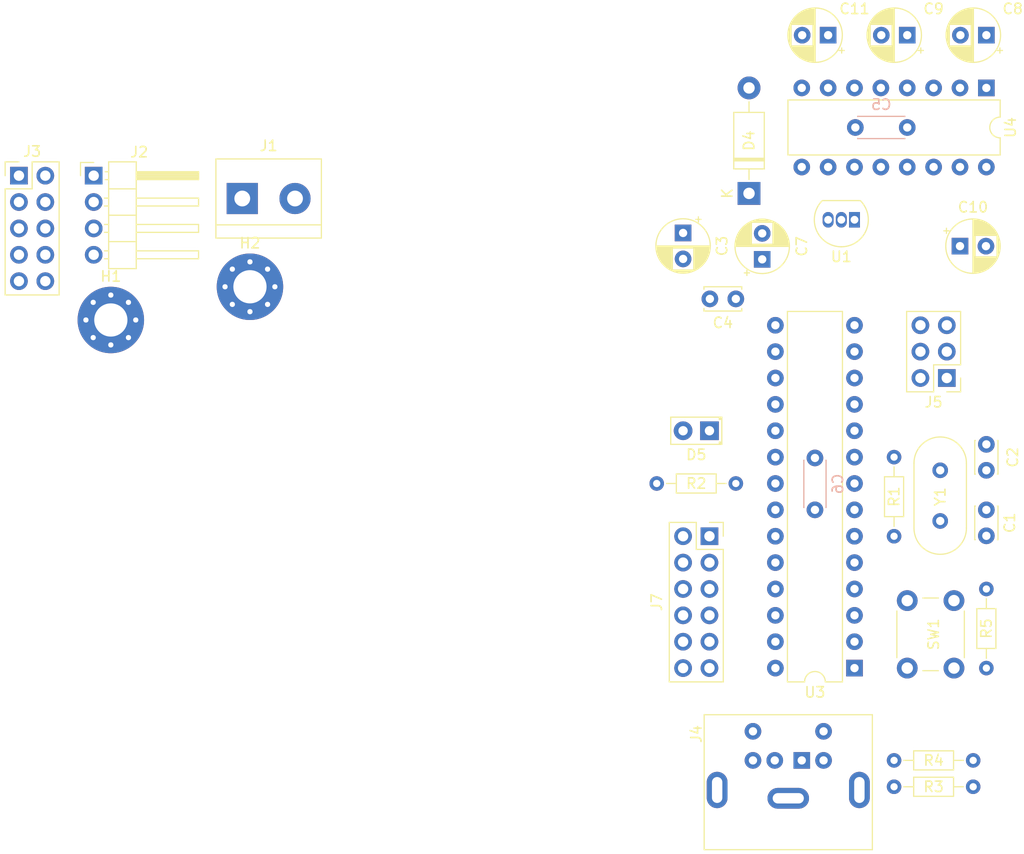
<source format=kicad_pcb>
(kicad_pcb (version 20171130) (host pcbnew 5.1.10-1.fc34)

  (general
    (thickness 1.6)
    (drawings 0)
    (tracks 0)
    (zones 0)
    (modules 31)
    (nets 32)
  )

  (page A4)
  (layers
    (0 F.Cu signal)
    (31 B.Cu signal)
    (32 B.Adhes user)
    (33 F.Adhes user)
    (34 B.Paste user)
    (35 F.Paste user)
    (36 B.SilkS user)
    (37 F.SilkS user)
    (38 B.Mask user)
    (39 F.Mask user)
    (40 Dwgs.User user)
    (41 Cmts.User user)
    (42 Eco1.User user)
    (43 Eco2.User user)
    (44 Edge.Cuts user)
    (45 Margin user)
    (46 B.CrtYd user)
    (47 F.CrtYd user)
    (48 B.Fab user)
    (49 F.Fab user hide)
  )

  (setup
    (last_trace_width 0.25)
    (trace_clearance 0.2)
    (zone_clearance 0.508)
    (zone_45_only no)
    (trace_min 0.2)
    (via_size 0.8)
    (via_drill 0.4)
    (via_min_size 0.4)
    (via_min_drill 0.3)
    (uvia_size 0.3)
    (uvia_drill 0.1)
    (uvias_allowed no)
    (uvia_min_size 0.2)
    (uvia_min_drill 0.1)
    (edge_width 0.1)
    (segment_width 0.2)
    (pcb_text_width 0.3)
    (pcb_text_size 1.5 1.5)
    (mod_edge_width 0.15)
    (mod_text_size 1 1)
    (mod_text_width 0.15)
    (pad_size 1.524 1.524)
    (pad_drill 0.762)
    (pad_to_mask_clearance 0)
    (aux_axis_origin 0 0)
    (visible_elements FFFFFF7F)
    (pcbplotparams
      (layerselection 0x010fc_ffffffff)
      (usegerberextensions false)
      (usegerberattributes false)
      (usegerberadvancedattributes false)
      (creategerberjobfile false)
      (excludeedgelayer true)
      (linewidth 0.100000)
      (plotframeref false)
      (viasonmask false)
      (mode 1)
      (useauxorigin false)
      (hpglpennumber 1)
      (hpglpenspeed 20)
      (hpglpendiameter 15.000000)
      (psnegative false)
      (psa4output false)
      (plotreference true)
      (plotvalue true)
      (plotinvisibletext false)
      (padsonsilk false)
      (subtractmaskfromsilk false)
      (outputformat 1)
      (mirror false)
      (drillshape 1)
      (scaleselection 1)
      (outputdirectory ""))
  )

  (net 0 "")
  (net 1 /XTAL1)
  (net 2 GND)
  (net 3 /XTAL2)
  (net 4 +12V)
  (net 5 VCC)
  (net 6 "Net-(C8-Pad2)")
  (net 7 "Net-(C8-Pad1)")
  (net 8 "Net-(C9-Pad2)")
  (net 9 "Net-(C9-Pad1)")
  (net 10 "Net-(C10-Pad1)")
  (net 11 "Net-(C11-Pad2)")
  (net 12 /RS232-TX)
  (net 13 /RS232-RTS)
  (net 14 "Net-(D4-Pad2)")
  (net 15 "Net-(D5-Pad1)")
  (net 16 /RS232-RX)
  (net 17 /PS2-CLOCK)
  (net 18 /PS2-DATA)
  (net 19 /RESET)
  (net 20 /MOSI)
  (net 21 /SCK)
  (net 22 /MISO)
  (net 23 "Net-(J7-Pad5)")
  (net 24 "Net-(J7-Pad3)")
  (net 25 "Net-(J7-Pad1)")
  (net 26 /TTL-CTS)
  (net 27 /TTL-TX)
  (net 28 /TTL-RX)
  (net 29 "Net-(J7-Pad11)")
  (net 30 "Net-(J7-Pad9)")
  (net 31 "Net-(J7-Pad7)")

  (net_class Default "This is the default net class."
    (clearance 0.2)
    (trace_width 0.25)
    (via_dia 0.8)
    (via_drill 0.4)
    (uvia_dia 0.3)
    (uvia_drill 0.1)
    (add_net /MISO)
    (add_net /MOSI)
    (add_net /PS2-CLOCK)
    (add_net /PS2-DATA)
    (add_net /RESET)
    (add_net /RS232-RTS)
    (add_net /RS232-RX)
    (add_net /RS232-TX)
    (add_net /SCK)
    (add_net /TTL-CTS)
    (add_net /TTL-RX)
    (add_net /TTL-TX)
    (add_net /XTAL1)
    (add_net /XTAL2)
    (add_net "Net-(C10-Pad1)")
    (add_net "Net-(C11-Pad2)")
    (add_net "Net-(C8-Pad1)")
    (add_net "Net-(C8-Pad2)")
    (add_net "Net-(C9-Pad1)")
    (add_net "Net-(C9-Pad2)")
    (add_net "Net-(D4-Pad2)")
    (add_net "Net-(D5-Pad1)")
    (add_net "Net-(J2-Pad1)")
    (add_net "Net-(J3-Pad1)")
    (add_net "Net-(J3-Pad10)")
    (add_net "Net-(J3-Pad4)")
    (add_net "Net-(J3-Pad6)")
    (add_net "Net-(J3-Pad8)")
    (add_net "Net-(J3-Pad9)")
    (add_net "Net-(J4-Pad2)")
    (add_net "Net-(J4-Pad6)")
    (add_net "Net-(J7-Pad1)")
    (add_net "Net-(J7-Pad11)")
    (add_net "Net-(J7-Pad3)")
    (add_net "Net-(J7-Pad5)")
    (add_net "Net-(J7-Pad7)")
    (add_net "Net-(J7-Pad9)")
    (add_net "Net-(U3-Pad11)")
    (add_net "Net-(U3-Pad12)")
    (add_net "Net-(U3-Pad13)")
    (add_net "Net-(U3-Pad14)")
    (add_net "Net-(U3-Pad15)")
    (add_net "Net-(U3-Pad16)")
    (add_net "Net-(U4-Pad14)")
  )

  (net_class Power ""
    (clearance 0.2)
    (trace_width 0.35)
    (via_dia 0.8)
    (via_drill 0.4)
    (uvia_dia 0.3)
    (uvia_drill 0.1)
    (add_net +12V)
    (add_net GND)
    (add_net VCC)
  )

  (module Capacitor_THT:C_Disc_D4.3mm_W1.9mm_P5.00mm (layer B.Cu) (tedit 5AE50EF0) (tstamp 5E25F1E1)
    (at 193.04 119.38 90)
    (descr "C, Disc series, Radial, pin pitch=5.00mm, , diameter*width=4.3*1.9mm^2, Capacitor, http://www.vishay.com/docs/45233/krseries.pdf")
    (tags "C Disc series Radial pin pitch 5.00mm  diameter 4.3mm width 1.9mm Capacitor")
    (path /5E434F23)
    (fp_text reference C6 (at 2.5 2.2 90) (layer B.SilkS)
      (effects (font (size 1 1) (thickness 0.15)) (justify mirror))
    )
    (fp_text value 100nF (at 2.5 -2.2 90) (layer B.Fab)
      (effects (font (size 1 1) (thickness 0.15)) (justify mirror))
    )
    (fp_text user %R (at 2.5 0 90) (layer B.Fab)
      (effects (font (size 0.86 0.86) (thickness 0.129)) (justify mirror))
    )
    (fp_line (start 0.35 0.95) (end 0.35 -0.95) (layer B.Fab) (width 0.1))
    (fp_line (start 0.35 -0.95) (end 4.65 -0.95) (layer B.Fab) (width 0.1))
    (fp_line (start 4.65 -0.95) (end 4.65 0.95) (layer B.Fab) (width 0.1))
    (fp_line (start 4.65 0.95) (end 0.35 0.95) (layer B.Fab) (width 0.1))
    (fp_line (start 0.23 1.07) (end 4.77 1.07) (layer B.SilkS) (width 0.12))
    (fp_line (start 0.23 -1.07) (end 4.77 -1.07) (layer B.SilkS) (width 0.12))
    (fp_line (start 0.23 1.07) (end 0.23 1.055) (layer B.SilkS) (width 0.12))
    (fp_line (start 0.23 -1.055) (end 0.23 -1.07) (layer B.SilkS) (width 0.12))
    (fp_line (start 4.77 1.07) (end 4.77 1.055) (layer B.SilkS) (width 0.12))
    (fp_line (start 4.77 -1.055) (end 4.77 -1.07) (layer B.SilkS) (width 0.12))
    (fp_line (start -1.05 1.2) (end -1.05 -1.2) (layer B.CrtYd) (width 0.05))
    (fp_line (start -1.05 -1.2) (end 6.05 -1.2) (layer B.CrtYd) (width 0.05))
    (fp_line (start 6.05 -1.2) (end 6.05 1.2) (layer B.CrtYd) (width 0.05))
    (fp_line (start 6.05 1.2) (end -1.05 1.2) (layer B.CrtYd) (width 0.05))
    (pad 2 thru_hole circle (at 5 0 90) (size 1.6 1.6) (drill 0.8) (layers *.Cu *.Mask)
      (net 2 GND))
    (pad 1 thru_hole circle (at 0 0 90) (size 1.6 1.6) (drill 0.8) (layers *.Cu *.Mask)
      (net 5 VCC))
    (model ${KISYS3DMOD}/Capacitor_THT.3dshapes/C_Disc_D4.3mm_W1.9mm_P5.00mm.wrl
      (at (xyz 0 0 0))
      (scale (xyz 1 1 1))
      (rotate (xyz 0 0 0))
    )
  )

  (module Capacitor_THT:C_Disc_D4.3mm_W1.9mm_P5.00mm (layer B.Cu) (tedit 5AE50EF0) (tstamp 5E25F1CC)
    (at 201.93 82.55 180)
    (descr "C, Disc series, Radial, pin pitch=5.00mm, , diameter*width=4.3*1.9mm^2, Capacitor, http://www.vishay.com/docs/45233/krseries.pdf")
    (tags "C Disc series Radial pin pitch 5.00mm  diameter 4.3mm width 1.9mm Capacitor")
    (path /5E433F59)
    (fp_text reference C5 (at 2.5 2.2) (layer B.SilkS)
      (effects (font (size 1 1) (thickness 0.15)) (justify mirror))
    )
    (fp_text value 100nF (at 2.5 -2.2) (layer B.Fab)
      (effects (font (size 1 1) (thickness 0.15)) (justify mirror))
    )
    (fp_text user %R (at 2.5 0) (layer B.Fab)
      (effects (font (size 0.86 0.86) (thickness 0.129)) (justify mirror))
    )
    (fp_line (start 0.35 0.95) (end 0.35 -0.95) (layer B.Fab) (width 0.1))
    (fp_line (start 0.35 -0.95) (end 4.65 -0.95) (layer B.Fab) (width 0.1))
    (fp_line (start 4.65 -0.95) (end 4.65 0.95) (layer B.Fab) (width 0.1))
    (fp_line (start 4.65 0.95) (end 0.35 0.95) (layer B.Fab) (width 0.1))
    (fp_line (start 0.23 1.07) (end 4.77 1.07) (layer B.SilkS) (width 0.12))
    (fp_line (start 0.23 -1.07) (end 4.77 -1.07) (layer B.SilkS) (width 0.12))
    (fp_line (start 0.23 1.07) (end 0.23 1.055) (layer B.SilkS) (width 0.12))
    (fp_line (start 0.23 -1.055) (end 0.23 -1.07) (layer B.SilkS) (width 0.12))
    (fp_line (start 4.77 1.07) (end 4.77 1.055) (layer B.SilkS) (width 0.12))
    (fp_line (start 4.77 -1.055) (end 4.77 -1.07) (layer B.SilkS) (width 0.12))
    (fp_line (start -1.05 1.2) (end -1.05 -1.2) (layer B.CrtYd) (width 0.05))
    (fp_line (start -1.05 -1.2) (end 6.05 -1.2) (layer B.CrtYd) (width 0.05))
    (fp_line (start 6.05 -1.2) (end 6.05 1.2) (layer B.CrtYd) (width 0.05))
    (fp_line (start 6.05 1.2) (end -1.05 1.2) (layer B.CrtYd) (width 0.05))
    (pad 2 thru_hole circle (at 5 0 180) (size 1.6 1.6) (drill 0.8) (layers *.Cu *.Mask)
      (net 2 GND))
    (pad 1 thru_hole circle (at 0 0 180) (size 1.6 1.6) (drill 0.8) (layers *.Cu *.Mask)
      (net 5 VCC))
    (model ${KISYS3DMOD}/Capacitor_THT.3dshapes/C_Disc_D4.3mm_W1.9mm_P5.00mm.wrl
      (at (xyz 0 0 0))
      (scale (xyz 1 1 1))
      (rotate (xyz 0 0 0))
    )
  )

  (module Connector_PinHeader_2.54mm:PinHeader_2x05_P2.54mm_Vertical (layer F.Cu) (tedit 59FED5CC) (tstamp 611F5847)
    (at 116.372 87.192)
    (descr "Through hole straight pin header, 2x05, 2.54mm pitch, double rows")
    (tags "Through hole pin header THT 2x05 2.54mm double row")
    (path /613016C1)
    (fp_text reference J3 (at 1.27 -2.33) (layer F.SilkS)
      (effects (font (size 1 1) (thickness 0.15)))
    )
    (fp_text value "RS232 Port" (at 1.27 12.49) (layer F.Fab)
      (effects (font (size 1 1) (thickness 0.15)))
    )
    (fp_line (start 4.35 -1.8) (end -1.8 -1.8) (layer F.CrtYd) (width 0.05))
    (fp_line (start 4.35 11.95) (end 4.35 -1.8) (layer F.CrtYd) (width 0.05))
    (fp_line (start -1.8 11.95) (end 4.35 11.95) (layer F.CrtYd) (width 0.05))
    (fp_line (start -1.8 -1.8) (end -1.8 11.95) (layer F.CrtYd) (width 0.05))
    (fp_line (start -1.33 -1.33) (end 0 -1.33) (layer F.SilkS) (width 0.12))
    (fp_line (start -1.33 0) (end -1.33 -1.33) (layer F.SilkS) (width 0.12))
    (fp_line (start 1.27 -1.33) (end 3.87 -1.33) (layer F.SilkS) (width 0.12))
    (fp_line (start 1.27 1.27) (end 1.27 -1.33) (layer F.SilkS) (width 0.12))
    (fp_line (start -1.33 1.27) (end 1.27 1.27) (layer F.SilkS) (width 0.12))
    (fp_line (start 3.87 -1.33) (end 3.87 11.49) (layer F.SilkS) (width 0.12))
    (fp_line (start -1.33 1.27) (end -1.33 11.49) (layer F.SilkS) (width 0.12))
    (fp_line (start -1.33 11.49) (end 3.87 11.49) (layer F.SilkS) (width 0.12))
    (fp_line (start -1.27 0) (end 0 -1.27) (layer F.Fab) (width 0.1))
    (fp_line (start -1.27 11.43) (end -1.27 0) (layer F.Fab) (width 0.1))
    (fp_line (start 3.81 11.43) (end -1.27 11.43) (layer F.Fab) (width 0.1))
    (fp_line (start 3.81 -1.27) (end 3.81 11.43) (layer F.Fab) (width 0.1))
    (fp_line (start 0 -1.27) (end 3.81 -1.27) (layer F.Fab) (width 0.1))
    (fp_text user %R (at 1.27 5.08 90) (layer F.Fab)
      (effects (font (size 1 1) (thickness 0.15)))
    )
    (pad 10 thru_hole oval (at 2.54 10.16) (size 1.7 1.7) (drill 1) (layers *.Cu *.Mask))
    (pad 9 thru_hole oval (at 0 10.16) (size 1.7 1.7) (drill 1) (layers *.Cu *.Mask))
    (pad 8 thru_hole oval (at 2.54 7.62) (size 1.7 1.7) (drill 1) (layers *.Cu *.Mask))
    (pad 7 thru_hole oval (at 0 7.62) (size 1.7 1.7) (drill 1) (layers *.Cu *.Mask)
      (net 13 /RS232-RTS))
    (pad 6 thru_hole oval (at 2.54 5.08) (size 1.7 1.7) (drill 1) (layers *.Cu *.Mask))
    (pad 5 thru_hole oval (at 0 5.08) (size 1.7 1.7) (drill 1) (layers *.Cu *.Mask)
      (net 2 GND))
    (pad 4 thru_hole oval (at 2.54 2.54) (size 1.7 1.7) (drill 1) (layers *.Cu *.Mask))
    (pad 3 thru_hole oval (at 0 2.54) (size 1.7 1.7) (drill 1) (layers *.Cu *.Mask)
      (net 12 /RS232-TX))
    (pad 2 thru_hole oval (at 2.54 0) (size 1.7 1.7) (drill 1) (layers *.Cu *.Mask)
      (net 16 /RS232-RX))
    (pad 1 thru_hole rect (at 0 0) (size 1.7 1.7) (drill 1) (layers *.Cu *.Mask))
    (model ${KISYS3DMOD}/Connector_PinHeader_2.54mm.3dshapes/PinHeader_2x05_P2.54mm_Vertical.wrl
      (at (xyz 0 0 0))
      (scale (xyz 1 1 1))
      (rotate (xyz 0 0 0))
    )
  )

  (module Connector_PinHeader_2.54mm:PinHeader_1x04_P2.54mm_Horizontal (layer F.Cu) (tedit 59FED5CB) (tstamp 611F5827)
    (at 123.572 87.192)
    (descr "Through hole angled pin header, 1x04, 2.54mm pitch, 6mm pin length, single row")
    (tags "Through hole angled pin header THT 1x04 2.54mm single row")
    (path /61214492)
    (fp_text reference J2 (at 4.385 -2.27) (layer F.SilkS)
      (effects (font (size 1 1) (thickness 0.15)))
    )
    (fp_text value "Floppy PWR Connector" (at 4.385 9.89) (layer F.Fab)
      (effects (font (size 1 1) (thickness 0.15)))
    )
    (fp_line (start 10.55 -1.8) (end -1.8 -1.8) (layer F.CrtYd) (width 0.05))
    (fp_line (start 10.55 9.4) (end 10.55 -1.8) (layer F.CrtYd) (width 0.05))
    (fp_line (start -1.8 9.4) (end 10.55 9.4) (layer F.CrtYd) (width 0.05))
    (fp_line (start -1.8 -1.8) (end -1.8 9.4) (layer F.CrtYd) (width 0.05))
    (fp_line (start -1.27 -1.27) (end 0 -1.27) (layer F.SilkS) (width 0.12))
    (fp_line (start -1.27 0) (end -1.27 -1.27) (layer F.SilkS) (width 0.12))
    (fp_line (start 1.042929 8) (end 1.44 8) (layer F.SilkS) (width 0.12))
    (fp_line (start 1.042929 7.24) (end 1.44 7.24) (layer F.SilkS) (width 0.12))
    (fp_line (start 10.1 8) (end 4.1 8) (layer F.SilkS) (width 0.12))
    (fp_line (start 10.1 7.24) (end 10.1 8) (layer F.SilkS) (width 0.12))
    (fp_line (start 4.1 7.24) (end 10.1 7.24) (layer F.SilkS) (width 0.12))
    (fp_line (start 1.44 6.35) (end 4.1 6.35) (layer F.SilkS) (width 0.12))
    (fp_line (start 1.042929 5.46) (end 1.44 5.46) (layer F.SilkS) (width 0.12))
    (fp_line (start 1.042929 4.7) (end 1.44 4.7) (layer F.SilkS) (width 0.12))
    (fp_line (start 10.1 5.46) (end 4.1 5.46) (layer F.SilkS) (width 0.12))
    (fp_line (start 10.1 4.7) (end 10.1 5.46) (layer F.SilkS) (width 0.12))
    (fp_line (start 4.1 4.7) (end 10.1 4.7) (layer F.SilkS) (width 0.12))
    (fp_line (start 1.44 3.81) (end 4.1 3.81) (layer F.SilkS) (width 0.12))
    (fp_line (start 1.042929 2.92) (end 1.44 2.92) (layer F.SilkS) (width 0.12))
    (fp_line (start 1.042929 2.16) (end 1.44 2.16) (layer F.SilkS) (width 0.12))
    (fp_line (start 10.1 2.92) (end 4.1 2.92) (layer F.SilkS) (width 0.12))
    (fp_line (start 10.1 2.16) (end 10.1 2.92) (layer F.SilkS) (width 0.12))
    (fp_line (start 4.1 2.16) (end 10.1 2.16) (layer F.SilkS) (width 0.12))
    (fp_line (start 1.44 1.27) (end 4.1 1.27) (layer F.SilkS) (width 0.12))
    (fp_line (start 1.11 0.38) (end 1.44 0.38) (layer F.SilkS) (width 0.12))
    (fp_line (start 1.11 -0.38) (end 1.44 -0.38) (layer F.SilkS) (width 0.12))
    (fp_line (start 4.1 0.28) (end 10.1 0.28) (layer F.SilkS) (width 0.12))
    (fp_line (start 4.1 0.16) (end 10.1 0.16) (layer F.SilkS) (width 0.12))
    (fp_line (start 4.1 0.04) (end 10.1 0.04) (layer F.SilkS) (width 0.12))
    (fp_line (start 4.1 -0.08) (end 10.1 -0.08) (layer F.SilkS) (width 0.12))
    (fp_line (start 4.1 -0.2) (end 10.1 -0.2) (layer F.SilkS) (width 0.12))
    (fp_line (start 4.1 -0.32) (end 10.1 -0.32) (layer F.SilkS) (width 0.12))
    (fp_line (start 10.1 0.38) (end 4.1 0.38) (layer F.SilkS) (width 0.12))
    (fp_line (start 10.1 -0.38) (end 10.1 0.38) (layer F.SilkS) (width 0.12))
    (fp_line (start 4.1 -0.38) (end 10.1 -0.38) (layer F.SilkS) (width 0.12))
    (fp_line (start 4.1 -1.33) (end 1.44 -1.33) (layer F.SilkS) (width 0.12))
    (fp_line (start 4.1 8.95) (end 4.1 -1.33) (layer F.SilkS) (width 0.12))
    (fp_line (start 1.44 8.95) (end 4.1 8.95) (layer F.SilkS) (width 0.12))
    (fp_line (start 1.44 -1.33) (end 1.44 8.95) (layer F.SilkS) (width 0.12))
    (fp_line (start 4.04 7.94) (end 10.04 7.94) (layer F.Fab) (width 0.1))
    (fp_line (start 10.04 7.3) (end 10.04 7.94) (layer F.Fab) (width 0.1))
    (fp_line (start 4.04 7.3) (end 10.04 7.3) (layer F.Fab) (width 0.1))
    (fp_line (start -0.32 7.94) (end 1.5 7.94) (layer F.Fab) (width 0.1))
    (fp_line (start -0.32 7.3) (end -0.32 7.94) (layer F.Fab) (width 0.1))
    (fp_line (start -0.32 7.3) (end 1.5 7.3) (layer F.Fab) (width 0.1))
    (fp_line (start 4.04 5.4) (end 10.04 5.4) (layer F.Fab) (width 0.1))
    (fp_line (start 10.04 4.76) (end 10.04 5.4) (layer F.Fab) (width 0.1))
    (fp_line (start 4.04 4.76) (end 10.04 4.76) (layer F.Fab) (width 0.1))
    (fp_line (start -0.32 5.4) (end 1.5 5.4) (layer F.Fab) (width 0.1))
    (fp_line (start -0.32 4.76) (end -0.32 5.4) (layer F.Fab) (width 0.1))
    (fp_line (start -0.32 4.76) (end 1.5 4.76) (layer F.Fab) (width 0.1))
    (fp_line (start 4.04 2.86) (end 10.04 2.86) (layer F.Fab) (width 0.1))
    (fp_line (start 10.04 2.22) (end 10.04 2.86) (layer F.Fab) (width 0.1))
    (fp_line (start 4.04 2.22) (end 10.04 2.22) (layer F.Fab) (width 0.1))
    (fp_line (start -0.32 2.86) (end 1.5 2.86) (layer F.Fab) (width 0.1))
    (fp_line (start -0.32 2.22) (end -0.32 2.86) (layer F.Fab) (width 0.1))
    (fp_line (start -0.32 2.22) (end 1.5 2.22) (layer F.Fab) (width 0.1))
    (fp_line (start 4.04 0.32) (end 10.04 0.32) (layer F.Fab) (width 0.1))
    (fp_line (start 10.04 -0.32) (end 10.04 0.32) (layer F.Fab) (width 0.1))
    (fp_line (start 4.04 -0.32) (end 10.04 -0.32) (layer F.Fab) (width 0.1))
    (fp_line (start -0.32 0.32) (end 1.5 0.32) (layer F.Fab) (width 0.1))
    (fp_line (start -0.32 -0.32) (end -0.32 0.32) (layer F.Fab) (width 0.1))
    (fp_line (start -0.32 -0.32) (end 1.5 -0.32) (layer F.Fab) (width 0.1))
    (fp_line (start 1.5 -0.635) (end 2.135 -1.27) (layer F.Fab) (width 0.1))
    (fp_line (start 1.5 8.89) (end 1.5 -0.635) (layer F.Fab) (width 0.1))
    (fp_line (start 4.04 8.89) (end 1.5 8.89) (layer F.Fab) (width 0.1))
    (fp_line (start 4.04 -1.27) (end 4.04 8.89) (layer F.Fab) (width 0.1))
    (fp_line (start 2.135 -1.27) (end 4.04 -1.27) (layer F.Fab) (width 0.1))
    (fp_text user %R (at 2.77 3.81 90) (layer F.Fab)
      (effects (font (size 1 1) (thickness 0.15)))
    )
    (pad 4 thru_hole oval (at 0 7.62) (size 1.7 1.7) (drill 1) (layers *.Cu *.Mask)
      (net 14 "Net-(D4-Pad2)"))
    (pad 3 thru_hole oval (at 0 5.08) (size 1.7 1.7) (drill 1) (layers *.Cu *.Mask)
      (net 2 GND))
    (pad 2 thru_hole oval (at 0 2.54) (size 1.7 1.7) (drill 1) (layers *.Cu *.Mask)
      (net 2 GND))
    (pad 1 thru_hole rect (at 0 0) (size 1.7 1.7) (drill 1) (layers *.Cu *.Mask))
    (model ${KISYS3DMOD}/Connector_PinHeader_2.54mm.3dshapes/PinHeader_1x04_P2.54mm_Horizontal.wrl
      (at (xyz 0 0 0))
      (scale (xyz 1 1 1))
      (rotate (xyz 0 0 0))
    )
  )

  (module TerminalBlock:TerminalBlock_bornier-2_P5.08mm (layer F.Cu) (tedit 59FF03AB) (tstamp 611F57DA)
    (at 137.882 89.392)
    (descr "simple 2-pin terminal block, pitch 5.08mm, revamped version of bornier2")
    (tags "terminal block bornier2")
    (path /6121410F)
    (fp_text reference J1 (at 2.54 -5.08) (layer F.SilkS)
      (effects (font (size 1 1) (thickness 0.15)))
    )
    (fp_text value "PWR Connector" (at 2.54 5.08) (layer F.Fab)
      (effects (font (size 1 1) (thickness 0.15)))
    )
    (fp_line (start 7.79 4) (end -2.71 4) (layer F.CrtYd) (width 0.05))
    (fp_line (start 7.79 4) (end 7.79 -4) (layer F.CrtYd) (width 0.05))
    (fp_line (start -2.71 -4) (end -2.71 4) (layer F.CrtYd) (width 0.05))
    (fp_line (start -2.71 -4) (end 7.79 -4) (layer F.CrtYd) (width 0.05))
    (fp_line (start -2.54 3.81) (end 7.62 3.81) (layer F.SilkS) (width 0.12))
    (fp_line (start -2.54 -3.81) (end -2.54 3.81) (layer F.SilkS) (width 0.12))
    (fp_line (start 7.62 -3.81) (end -2.54 -3.81) (layer F.SilkS) (width 0.12))
    (fp_line (start 7.62 3.81) (end 7.62 -3.81) (layer F.SilkS) (width 0.12))
    (fp_line (start 7.62 2.54) (end -2.54 2.54) (layer F.SilkS) (width 0.12))
    (fp_line (start 7.54 -3.75) (end -2.46 -3.75) (layer F.Fab) (width 0.1))
    (fp_line (start 7.54 3.75) (end 7.54 -3.75) (layer F.Fab) (width 0.1))
    (fp_line (start -2.46 3.75) (end 7.54 3.75) (layer F.Fab) (width 0.1))
    (fp_line (start -2.46 -3.75) (end -2.46 3.75) (layer F.Fab) (width 0.1))
    (fp_line (start -2.41 2.55) (end 7.49 2.55) (layer F.Fab) (width 0.1))
    (fp_text user %R (at 2.54 0) (layer F.Fab)
      (effects (font (size 1 1) (thickness 0.15)))
    )
    (pad 2 thru_hole circle (at 5.08 0) (size 3 3) (drill 1.52) (layers *.Cu *.Mask)
      (net 2 GND))
    (pad 1 thru_hole rect (at 0 0) (size 3 3) (drill 1.52) (layers *.Cu *.Mask)
      (net 14 "Net-(D4-Pad2)"))
    (model ${KISYS3DMOD}/TerminalBlock.3dshapes/TerminalBlock_bornier-2_P5.08mm.wrl
      (offset (xyz 2.539999961853027 0 0))
      (scale (xyz 1 1 1))
      (rotate (xyz 0 0 0))
    )
  )

  (module MountingHole:MountingHole_3.2mm_M3_Pad_Via (layer F.Cu) (tedit 56DDBCCA) (tstamp 611F57C5)
    (at 138.622 97.892)
    (descr "Mounting Hole 3.2mm, M3")
    (tags "mounting hole 3.2mm m3")
    (path /6135DE8A)
    (attr virtual)
    (fp_text reference H2 (at 0 -4.2) (layer F.SilkS)
      (effects (font (size 1 1) (thickness 0.15)))
    )
    (fp_text value MountingHole_Pad (at 0 4.2) (layer F.Fab)
      (effects (font (size 1 1) (thickness 0.15)))
    )
    (fp_circle (center 0 0) (end 3.45 0) (layer F.CrtYd) (width 0.05))
    (fp_circle (center 0 0) (end 3.2 0) (layer Cmts.User) (width 0.15))
    (fp_text user %R (at 0.3 0) (layer F.Fab)
      (effects (font (size 1 1) (thickness 0.15)))
    )
    (pad 1 thru_hole circle (at 1.697056 -1.697056) (size 0.8 0.8) (drill 0.5) (layers *.Cu *.Mask)
      (net 2 GND))
    (pad 1 thru_hole circle (at 0 -2.4) (size 0.8 0.8) (drill 0.5) (layers *.Cu *.Mask)
      (net 2 GND))
    (pad 1 thru_hole circle (at -1.697056 -1.697056) (size 0.8 0.8) (drill 0.5) (layers *.Cu *.Mask)
      (net 2 GND))
    (pad 1 thru_hole circle (at -2.4 0) (size 0.8 0.8) (drill 0.5) (layers *.Cu *.Mask)
      (net 2 GND))
    (pad 1 thru_hole circle (at -1.697056 1.697056) (size 0.8 0.8) (drill 0.5) (layers *.Cu *.Mask)
      (net 2 GND))
    (pad 1 thru_hole circle (at 0 2.4) (size 0.8 0.8) (drill 0.5) (layers *.Cu *.Mask)
      (net 2 GND))
    (pad 1 thru_hole circle (at 1.697056 1.697056) (size 0.8 0.8) (drill 0.5) (layers *.Cu *.Mask)
      (net 2 GND))
    (pad 1 thru_hole circle (at 2.4 0) (size 0.8 0.8) (drill 0.5) (layers *.Cu *.Mask)
      (net 2 GND))
    (pad 1 thru_hole circle (at 0 0) (size 6.4 6.4) (drill 3.2) (layers *.Cu *.Mask)
      (net 2 GND))
  )

  (module MountingHole:MountingHole_3.2mm_M3_Pad_Via (layer F.Cu) (tedit 56DDBCCA) (tstamp 611F57B5)
    (at 125.222 101.092)
    (descr "Mounting Hole 3.2mm, M3")
    (tags "mounting hole 3.2mm m3")
    (path /6135DAD7)
    (attr virtual)
    (fp_text reference H1 (at 0 -4.2) (layer F.SilkS)
      (effects (font (size 1 1) (thickness 0.15)))
    )
    (fp_text value MountingHole_Pad (at 0 4.2) (layer F.Fab)
      (effects (font (size 1 1) (thickness 0.15)))
    )
    (fp_circle (center 0 0) (end 3.45 0) (layer F.CrtYd) (width 0.05))
    (fp_circle (center 0 0) (end 3.2 0) (layer Cmts.User) (width 0.15))
    (fp_text user %R (at 0.3 0) (layer F.Fab)
      (effects (font (size 1 1) (thickness 0.15)))
    )
    (pad 1 thru_hole circle (at 1.697056 -1.697056) (size 0.8 0.8) (drill 0.5) (layers *.Cu *.Mask)
      (net 2 GND))
    (pad 1 thru_hole circle (at 0 -2.4) (size 0.8 0.8) (drill 0.5) (layers *.Cu *.Mask)
      (net 2 GND))
    (pad 1 thru_hole circle (at -1.697056 -1.697056) (size 0.8 0.8) (drill 0.5) (layers *.Cu *.Mask)
      (net 2 GND))
    (pad 1 thru_hole circle (at -2.4 0) (size 0.8 0.8) (drill 0.5) (layers *.Cu *.Mask)
      (net 2 GND))
    (pad 1 thru_hole circle (at -1.697056 1.697056) (size 0.8 0.8) (drill 0.5) (layers *.Cu *.Mask)
      (net 2 GND))
    (pad 1 thru_hole circle (at 0 2.4) (size 0.8 0.8) (drill 0.5) (layers *.Cu *.Mask)
      (net 2 GND))
    (pad 1 thru_hole circle (at 1.697056 1.697056) (size 0.8 0.8) (drill 0.5) (layers *.Cu *.Mask)
      (net 2 GND))
    (pad 1 thru_hole circle (at 2.4 0) (size 0.8 0.8) (drill 0.5) (layers *.Cu *.Mask)
      (net 2 GND))
    (pad 1 thru_hole circle (at 0 0) (size 6.4 6.4) (drill 3.2) (layers *.Cu *.Mask)
      (net 2 GND))
  )

  (module Connector_PinSocket_2.54mm:PinSocket_2x06_P2.54mm_Vertical (layer F.Cu) (tedit 5A19A42B) (tstamp 5E26590A)
    (at 182.88 121.92)
    (descr "Through hole straight socket strip, 2x06, 2.54mm pitch, double cols (from Kicad 4.0.7), script generated")
    (tags "Through hole socket strip THT 2x06 2.54mm double row")
    (path /5E2843F3)
    (fp_text reference J7 (at -5.08 6.35 90) (layer F.SilkS)
      (effects (font (size 1 1) (thickness 0.15)))
    )
    (fp_text value Extra (at -1.27 15.47) (layer F.Fab)
      (effects (font (size 1 1) (thickness 0.15)))
    )
    (fp_line (start -4.34 14.45) (end -4.34 -1.8) (layer F.CrtYd) (width 0.05))
    (fp_line (start 1.76 14.45) (end -4.34 14.45) (layer F.CrtYd) (width 0.05))
    (fp_line (start 1.76 -1.8) (end 1.76 14.45) (layer F.CrtYd) (width 0.05))
    (fp_line (start -4.34 -1.8) (end 1.76 -1.8) (layer F.CrtYd) (width 0.05))
    (fp_line (start 0 -1.33) (end 1.33 -1.33) (layer F.SilkS) (width 0.12))
    (fp_line (start 1.33 -1.33) (end 1.33 0) (layer F.SilkS) (width 0.12))
    (fp_line (start -1.27 -1.33) (end -1.27 1.27) (layer F.SilkS) (width 0.12))
    (fp_line (start -1.27 1.27) (end 1.33 1.27) (layer F.SilkS) (width 0.12))
    (fp_line (start 1.33 1.27) (end 1.33 14.03) (layer F.SilkS) (width 0.12))
    (fp_line (start -3.87 14.03) (end 1.33 14.03) (layer F.SilkS) (width 0.12))
    (fp_line (start -3.87 -1.33) (end -3.87 14.03) (layer F.SilkS) (width 0.12))
    (fp_line (start -3.87 -1.33) (end -1.27 -1.33) (layer F.SilkS) (width 0.12))
    (fp_line (start -3.81 13.97) (end -3.81 -1.27) (layer F.Fab) (width 0.1))
    (fp_line (start 1.27 13.97) (end -3.81 13.97) (layer F.Fab) (width 0.1))
    (fp_line (start 1.27 -0.27) (end 1.27 13.97) (layer F.Fab) (width 0.1))
    (fp_line (start 0.27 -1.27) (end 1.27 -0.27) (layer F.Fab) (width 0.1))
    (fp_line (start -3.81 -1.27) (end 0.27 -1.27) (layer F.Fab) (width 0.1))
    (fp_text user %R (at -1.27 6.35 90) (layer F.Fab)
      (effects (font (size 1 1) (thickness 0.15)))
    )
    (pad 12 thru_hole oval (at -2.54 12.7) (size 1.7 1.7) (drill 1) (layers *.Cu *.Mask)
      (net 2 GND))
    (pad 11 thru_hole oval (at 0 12.7) (size 1.7 1.7) (drill 1) (layers *.Cu *.Mask)
      (net 29 "Net-(J7-Pad11)"))
    (pad 10 thru_hole oval (at -2.54 10.16) (size 1.7 1.7) (drill 1) (layers *.Cu *.Mask)
      (net 2 GND))
    (pad 9 thru_hole oval (at 0 10.16) (size 1.7 1.7) (drill 1) (layers *.Cu *.Mask)
      (net 30 "Net-(J7-Pad9)"))
    (pad 8 thru_hole oval (at -2.54 7.62) (size 1.7 1.7) (drill 1) (layers *.Cu *.Mask)
      (net 2 GND))
    (pad 7 thru_hole oval (at 0 7.62) (size 1.7 1.7) (drill 1) (layers *.Cu *.Mask)
      (net 31 "Net-(J7-Pad7)"))
    (pad 6 thru_hole oval (at -2.54 5.08) (size 1.7 1.7) (drill 1) (layers *.Cu *.Mask)
      (net 2 GND))
    (pad 5 thru_hole oval (at 0 5.08) (size 1.7 1.7) (drill 1) (layers *.Cu *.Mask)
      (net 23 "Net-(J7-Pad5)"))
    (pad 4 thru_hole oval (at -2.54 2.54) (size 1.7 1.7) (drill 1) (layers *.Cu *.Mask)
      (net 2 GND))
    (pad 3 thru_hole oval (at 0 2.54) (size 1.7 1.7) (drill 1) (layers *.Cu *.Mask)
      (net 24 "Net-(J7-Pad3)"))
    (pad 2 thru_hole oval (at -2.54 0) (size 1.7 1.7) (drill 1) (layers *.Cu *.Mask)
      (net 2 GND))
    (pad 1 thru_hole rect (at 0 0) (size 1.7 1.7) (drill 1) (layers *.Cu *.Mask)
      (net 25 "Net-(J7-Pad1)"))
    (model ${KISYS3DMOD}/Connector_PinSocket_2.54mm.3dshapes/PinSocket_2x06_P2.54mm_Vertical.wrl
      (at (xyz 0 0 0))
      (scale (xyz 1 1 1))
      (rotate (xyz 0 0 0))
    )
  )

  (module Crystal:Crystal_HC49-U_Vertical (layer F.Cu) (tedit 5A1AD3B8) (tstamp 5E25F73E)
    (at 205.105 115.57 270)
    (descr "Crystal THT HC-49/U http://5hertz.com/pdfs/04404_D.pdf")
    (tags "THT crystalHC-49/U")
    (path /5E22F58A)
    (fp_text reference Y1 (at 2.54 0 90) (layer F.SilkS)
      (effects (font (size 1 1) (thickness 0.15)))
    )
    (fp_text value 8.0Mhz (at 2.44 3.525 90) (layer F.Fab)
      (effects (font (size 1 1) (thickness 0.15)))
    )
    (fp_line (start 8.4 -2.8) (end -3.5 -2.8) (layer F.CrtYd) (width 0.05))
    (fp_line (start 8.4 2.8) (end 8.4 -2.8) (layer F.CrtYd) (width 0.05))
    (fp_line (start -3.5 2.8) (end 8.4 2.8) (layer F.CrtYd) (width 0.05))
    (fp_line (start -3.5 -2.8) (end -3.5 2.8) (layer F.CrtYd) (width 0.05))
    (fp_line (start -0.685 2.525) (end 5.565 2.525) (layer F.SilkS) (width 0.12))
    (fp_line (start -0.685 -2.525) (end 5.565 -2.525) (layer F.SilkS) (width 0.12))
    (fp_line (start -0.56 2) (end 5.44 2) (layer F.Fab) (width 0.1))
    (fp_line (start -0.56 -2) (end 5.44 -2) (layer F.Fab) (width 0.1))
    (fp_line (start -0.685 2.325) (end 5.565 2.325) (layer F.Fab) (width 0.1))
    (fp_line (start -0.685 -2.325) (end 5.565 -2.325) (layer F.Fab) (width 0.1))
    (fp_arc (start 5.565 0) (end 5.565 -2.525) (angle 180) (layer F.SilkS) (width 0.12))
    (fp_arc (start -0.685 0) (end -0.685 -2.525) (angle -180) (layer F.SilkS) (width 0.12))
    (fp_arc (start 5.44 0) (end 5.44 -2) (angle 180) (layer F.Fab) (width 0.1))
    (fp_arc (start -0.56 0) (end -0.56 -2) (angle -180) (layer F.Fab) (width 0.1))
    (fp_arc (start 5.565 0) (end 5.565 -2.325) (angle 180) (layer F.Fab) (width 0.1))
    (fp_arc (start -0.685 0) (end -0.685 -2.325) (angle -180) (layer F.Fab) (width 0.1))
    (fp_text user %R (at 2.44 0 90) (layer F.Fab)
      (effects (font (size 1 1) (thickness 0.15)))
    )
    (pad 2 thru_hole circle (at 4.88 0 270) (size 1.5 1.5) (drill 0.8) (layers *.Cu *.Mask)
      (net 1 /XTAL1))
    (pad 1 thru_hole circle (at 0 0 270) (size 1.5 1.5) (drill 0.8) (layers *.Cu *.Mask)
      (net 3 /XTAL2))
    (model ${KISYS3DMOD}/Crystal.3dshapes/Crystal_HC49-U_Vertical.wrl
      (at (xyz 0 0 0))
      (scale (xyz 1 1 1))
      (rotate (xyz 0 0 0))
    )
  )

  (module Package_DIP:DIP-16_W7.62mm (layer F.Cu) (tedit 5A02E8C5) (tstamp 5E25F727)
    (at 209.55 78.74 270)
    (descr "16-lead though-hole mounted DIP package, row spacing 7.62 mm (300 mils)")
    (tags "THT DIP DIL PDIP 2.54mm 7.62mm 300mil")
    (path /5E46876B)
    (fp_text reference U4 (at 3.81 -2.33 90) (layer F.SilkS)
      (effects (font (size 1 1) (thickness 0.15)))
    )
    (fp_text value MAX232 (at 3.81 20.11 90) (layer F.Fab)
      (effects (font (size 1 1) (thickness 0.15)))
    )
    (fp_line (start 8.7 -1.55) (end -1.1 -1.55) (layer F.CrtYd) (width 0.05))
    (fp_line (start 8.7 19.3) (end 8.7 -1.55) (layer F.CrtYd) (width 0.05))
    (fp_line (start -1.1 19.3) (end 8.7 19.3) (layer F.CrtYd) (width 0.05))
    (fp_line (start -1.1 -1.55) (end -1.1 19.3) (layer F.CrtYd) (width 0.05))
    (fp_line (start 6.46 -1.33) (end 4.81 -1.33) (layer F.SilkS) (width 0.12))
    (fp_line (start 6.46 19.11) (end 6.46 -1.33) (layer F.SilkS) (width 0.12))
    (fp_line (start 1.16 19.11) (end 6.46 19.11) (layer F.SilkS) (width 0.12))
    (fp_line (start 1.16 -1.33) (end 1.16 19.11) (layer F.SilkS) (width 0.12))
    (fp_line (start 2.81 -1.33) (end 1.16 -1.33) (layer F.SilkS) (width 0.12))
    (fp_line (start 0.635 -0.27) (end 1.635 -1.27) (layer F.Fab) (width 0.1))
    (fp_line (start 0.635 19.05) (end 0.635 -0.27) (layer F.Fab) (width 0.1))
    (fp_line (start 6.985 19.05) (end 0.635 19.05) (layer F.Fab) (width 0.1))
    (fp_line (start 6.985 -1.27) (end 6.985 19.05) (layer F.Fab) (width 0.1))
    (fp_line (start 1.635 -1.27) (end 6.985 -1.27) (layer F.Fab) (width 0.1))
    (fp_text user %R (at 3.81 8.89 90) (layer F.Fab)
      (effects (font (size 1 1) (thickness 0.15)))
    )
    (fp_arc (start 3.81 -1.33) (end 2.81 -1.33) (angle -180) (layer F.SilkS) (width 0.12))
    (pad 16 thru_hole oval (at 7.62 0 270) (size 1.6 1.6) (drill 0.8) (layers *.Cu *.Mask)
      (net 5 VCC))
    (pad 8 thru_hole oval (at 0 17.78 270) (size 1.6 1.6) (drill 0.8) (layers *.Cu *.Mask)
      (net 12 /RS232-TX))
    (pad 15 thru_hole oval (at 7.62 2.54 270) (size 1.6 1.6) (drill 0.8) (layers *.Cu *.Mask)
      (net 2 GND))
    (pad 7 thru_hole oval (at 0 15.24 270) (size 1.6 1.6) (drill 0.8) (layers *.Cu *.Mask)
      (net 16 /RS232-RX))
    (pad 14 thru_hole oval (at 7.62 5.08 270) (size 1.6 1.6) (drill 0.8) (layers *.Cu *.Mask))
    (pad 6 thru_hole oval (at 0 12.7 270) (size 1.6 1.6) (drill 0.8) (layers *.Cu *.Mask)
      (net 11 "Net-(C11-Pad2)"))
    (pad 13 thru_hole oval (at 7.62 7.62 270) (size 1.6 1.6) (drill 0.8) (layers *.Cu *.Mask)
      (net 13 /RS232-RTS))
    (pad 5 thru_hole oval (at 0 10.16 270) (size 1.6 1.6) (drill 0.8) (layers *.Cu *.Mask)
      (net 8 "Net-(C9-Pad2)"))
    (pad 12 thru_hole oval (at 7.62 10.16 270) (size 1.6 1.6) (drill 0.8) (layers *.Cu *.Mask)
      (net 26 /TTL-CTS))
    (pad 4 thru_hole oval (at 0 7.62 270) (size 1.6 1.6) (drill 0.8) (layers *.Cu *.Mask)
      (net 9 "Net-(C9-Pad1)"))
    (pad 11 thru_hole oval (at 7.62 12.7 270) (size 1.6 1.6) (drill 0.8) (layers *.Cu *.Mask)
      (net 2 GND))
    (pad 3 thru_hole oval (at 0 5.08 270) (size 1.6 1.6) (drill 0.8) (layers *.Cu *.Mask)
      (net 6 "Net-(C8-Pad2)"))
    (pad 10 thru_hole oval (at 7.62 15.24 270) (size 1.6 1.6) (drill 0.8) (layers *.Cu *.Mask)
      (net 27 /TTL-TX))
    (pad 2 thru_hole oval (at 0 2.54 270) (size 1.6 1.6) (drill 0.8) (layers *.Cu *.Mask)
      (net 10 "Net-(C10-Pad1)"))
    (pad 9 thru_hole oval (at 7.62 17.78 270) (size 1.6 1.6) (drill 0.8) (layers *.Cu *.Mask)
      (net 28 /TTL-RX))
    (pad 1 thru_hole rect (at 0 0 270) (size 1.6 1.6) (drill 0.8) (layers *.Cu *.Mask)
      (net 7 "Net-(C8-Pad1)"))
    (model ${KISYS3DMOD}/Package_DIP.3dshapes/DIP-16_W7.62mm.wrl
      (at (xyz 0 0 0))
      (scale (xyz 1 1 1))
      (rotate (xyz 0 0 0))
    )
  )

  (module Package_DIP:DIP-28_W7.62mm (layer F.Cu) (tedit 5A02E8C5) (tstamp 5E25F703)
    (at 196.85 134.62 180)
    (descr "28-lead though-hole mounted DIP package, row spacing 7.62 mm (300 mils)")
    (tags "THT DIP DIL PDIP 2.54mm 7.62mm 300mil")
    (path /5E3ADD8A)
    (fp_text reference U3 (at 3.81 -2.33) (layer F.SilkS)
      (effects (font (size 1 1) (thickness 0.15)))
    )
    (fp_text value ATmega328P-PU (at 3.81 35.35) (layer F.Fab)
      (effects (font (size 1 1) (thickness 0.15)))
    )
    (fp_line (start 8.7 -1.55) (end -1.1 -1.55) (layer F.CrtYd) (width 0.05))
    (fp_line (start 8.7 34.55) (end 8.7 -1.55) (layer F.CrtYd) (width 0.05))
    (fp_line (start -1.1 34.55) (end 8.7 34.55) (layer F.CrtYd) (width 0.05))
    (fp_line (start -1.1 -1.55) (end -1.1 34.55) (layer F.CrtYd) (width 0.05))
    (fp_line (start 6.46 -1.33) (end 4.81 -1.33) (layer F.SilkS) (width 0.12))
    (fp_line (start 6.46 34.35) (end 6.46 -1.33) (layer F.SilkS) (width 0.12))
    (fp_line (start 1.16 34.35) (end 6.46 34.35) (layer F.SilkS) (width 0.12))
    (fp_line (start 1.16 -1.33) (end 1.16 34.35) (layer F.SilkS) (width 0.12))
    (fp_line (start 2.81 -1.33) (end 1.16 -1.33) (layer F.SilkS) (width 0.12))
    (fp_line (start 0.635 -0.27) (end 1.635 -1.27) (layer F.Fab) (width 0.1))
    (fp_line (start 0.635 34.29) (end 0.635 -0.27) (layer F.Fab) (width 0.1))
    (fp_line (start 6.985 34.29) (end 0.635 34.29) (layer F.Fab) (width 0.1))
    (fp_line (start 6.985 -1.27) (end 6.985 34.29) (layer F.Fab) (width 0.1))
    (fp_line (start 1.635 -1.27) (end 6.985 -1.27) (layer F.Fab) (width 0.1))
    (fp_text user %R (at 3.81 16.51) (layer F.Fab)
      (effects (font (size 1 1) (thickness 0.15)))
    )
    (fp_arc (start 3.81 -1.33) (end 2.81 -1.33) (angle -180) (layer F.SilkS) (width 0.12))
    (pad 28 thru_hole oval (at 7.62 0 180) (size 1.6 1.6) (drill 0.8) (layers *.Cu *.Mask)
      (net 29 "Net-(J7-Pad11)"))
    (pad 14 thru_hole oval (at 0 33.02 180) (size 1.6 1.6) (drill 0.8) (layers *.Cu *.Mask))
    (pad 27 thru_hole oval (at 7.62 2.54 180) (size 1.6 1.6) (drill 0.8) (layers *.Cu *.Mask)
      (net 30 "Net-(J7-Pad9)"))
    (pad 13 thru_hole oval (at 0 30.48 180) (size 1.6 1.6) (drill 0.8) (layers *.Cu *.Mask))
    (pad 26 thru_hole oval (at 7.62 5.08 180) (size 1.6 1.6) (drill 0.8) (layers *.Cu *.Mask)
      (net 31 "Net-(J7-Pad7)"))
    (pad 12 thru_hole oval (at 0 27.94 180) (size 1.6 1.6) (drill 0.8) (layers *.Cu *.Mask))
    (pad 25 thru_hole oval (at 7.62 7.62 180) (size 1.6 1.6) (drill 0.8) (layers *.Cu *.Mask)
      (net 23 "Net-(J7-Pad5)"))
    (pad 11 thru_hole oval (at 0 25.4 180) (size 1.6 1.6) (drill 0.8) (layers *.Cu *.Mask))
    (pad 24 thru_hole oval (at 7.62 10.16 180) (size 1.6 1.6) (drill 0.8) (layers *.Cu *.Mask)
      (net 24 "Net-(J7-Pad3)"))
    (pad 10 thru_hole oval (at 0 22.86 180) (size 1.6 1.6) (drill 0.8) (layers *.Cu *.Mask)
      (net 3 /XTAL2))
    (pad 23 thru_hole oval (at 7.62 12.7 180) (size 1.6 1.6) (drill 0.8) (layers *.Cu *.Mask)
      (net 25 "Net-(J7-Pad1)"))
    (pad 9 thru_hole oval (at 0 20.32 180) (size 1.6 1.6) (drill 0.8) (layers *.Cu *.Mask)
      (net 1 /XTAL1))
    (pad 22 thru_hole oval (at 7.62 15.24 180) (size 1.6 1.6) (drill 0.8) (layers *.Cu *.Mask)
      (net 2 GND))
    (pad 8 thru_hole oval (at 0 17.78 180) (size 1.6 1.6) (drill 0.8) (layers *.Cu *.Mask)
      (net 2 GND))
    (pad 21 thru_hole oval (at 7.62 17.78 180) (size 1.6 1.6) (drill 0.8) (layers *.Cu *.Mask)
      (net 5 VCC))
    (pad 7 thru_hole oval (at 0 15.24 180) (size 1.6 1.6) (drill 0.8) (layers *.Cu *.Mask)
      (net 5 VCC))
    (pad 20 thru_hole oval (at 7.62 20.32 180) (size 1.6 1.6) (drill 0.8) (layers *.Cu *.Mask)
      (net 5 VCC))
    (pad 6 thru_hole oval (at 0 12.7 180) (size 1.6 1.6) (drill 0.8) (layers *.Cu *.Mask)
      (net 18 /PS2-DATA))
    (pad 19 thru_hole oval (at 7.62 22.86 180) (size 1.6 1.6) (drill 0.8) (layers *.Cu *.Mask)
      (net 21 /SCK))
    (pad 5 thru_hole oval (at 0 10.16 180) (size 1.6 1.6) (drill 0.8) (layers *.Cu *.Mask)
      (net 26 /TTL-CTS))
    (pad 18 thru_hole oval (at 7.62 25.4 180) (size 1.6 1.6) (drill 0.8) (layers *.Cu *.Mask)
      (net 22 /MISO))
    (pad 4 thru_hole oval (at 0 7.62 180) (size 1.6 1.6) (drill 0.8) (layers *.Cu *.Mask)
      (net 17 /PS2-CLOCK))
    (pad 17 thru_hole oval (at 7.62 27.94 180) (size 1.6 1.6) (drill 0.8) (layers *.Cu *.Mask)
      (net 20 /MOSI))
    (pad 3 thru_hole oval (at 0 5.08 180) (size 1.6 1.6) (drill 0.8) (layers *.Cu *.Mask)
      (net 27 /TTL-TX))
    (pad 16 thru_hole oval (at 7.62 30.48 180) (size 1.6 1.6) (drill 0.8) (layers *.Cu *.Mask))
    (pad 2 thru_hole oval (at 0 2.54 180) (size 1.6 1.6) (drill 0.8) (layers *.Cu *.Mask)
      (net 28 /TTL-RX))
    (pad 15 thru_hole oval (at 7.62 33.02 180) (size 1.6 1.6) (drill 0.8) (layers *.Cu *.Mask))
    (pad 1 thru_hole rect (at 0 0 180) (size 1.6 1.6) (drill 0.8) (layers *.Cu *.Mask)
      (net 19 /RESET))
    (model ${KISYS3DMOD}/Package_DIP.3dshapes/DIP-28_W7.62mm.wrl
      (at (xyz 0 0 0))
      (scale (xyz 1 1 1))
      (rotate (xyz 0 0 0))
    )
  )

  (module Package_TO_SOT_THT:TO-92_Inline (layer F.Cu) (tedit 5A1DD157) (tstamp 5E25F6D3)
    (at 196.85 91.44 180)
    (descr "TO-92 leads in-line, narrow, oval pads, drill 0.75mm (see NXP sot054_po.pdf)")
    (tags "to-92 sc-43 sc-43a sot54 PA33 transistor")
    (path /5E236C87)
    (fp_text reference U1 (at 1.27 -3.56) (layer F.SilkS)
      (effects (font (size 1 1) (thickness 0.15)))
    )
    (fp_text value L78L05_TO92 (at 1.27 2.79) (layer F.Fab)
      (effects (font (size 1 1) (thickness 0.15)))
    )
    (fp_line (start 4 2.01) (end -1.46 2.01) (layer F.CrtYd) (width 0.05))
    (fp_line (start 4 2.01) (end 4 -2.73) (layer F.CrtYd) (width 0.05))
    (fp_line (start -1.46 -2.73) (end -1.46 2.01) (layer F.CrtYd) (width 0.05))
    (fp_line (start -1.46 -2.73) (end 4 -2.73) (layer F.CrtYd) (width 0.05))
    (fp_line (start -0.5 1.75) (end 3 1.75) (layer F.Fab) (width 0.1))
    (fp_line (start -0.53 1.85) (end 3.07 1.85) (layer F.SilkS) (width 0.12))
    (fp_arc (start 1.27 0) (end 1.27 -2.6) (angle 135) (layer F.SilkS) (width 0.12))
    (fp_arc (start 1.27 0) (end 1.27 -2.48) (angle -135) (layer F.Fab) (width 0.1))
    (fp_arc (start 1.27 0) (end 1.27 -2.6) (angle -135) (layer F.SilkS) (width 0.12))
    (fp_arc (start 1.27 0) (end 1.27 -2.48) (angle 135) (layer F.Fab) (width 0.1))
    (fp_text user %R (at 1.27 -3.56) (layer F.Fab)
      (effects (font (size 1 1) (thickness 0.15)))
    )
    (pad 1 thru_hole rect (at 0 0 180) (size 1.05 1.5) (drill 0.75) (layers *.Cu *.Mask)
      (net 5 VCC))
    (pad 3 thru_hole oval (at 2.54 0 180) (size 1.05 1.5) (drill 0.75) (layers *.Cu *.Mask)
      (net 4 +12V))
    (pad 2 thru_hole oval (at 1.27 0 180) (size 1.05 1.5) (drill 0.75) (layers *.Cu *.Mask)
      (net 2 GND))
    (model ${KISYS3DMOD}/Package_TO_SOT_THT.3dshapes/TO-92_Inline.wrl
      (at (xyz 0 0 0))
      (scale (xyz 1 1 1))
      (rotate (xyz 0 0 0))
    )
  )

  (module Button_Switch_THT:SW_PUSH_6mm (layer F.Cu) (tedit 5A02FE31) (tstamp 5E25F6C1)
    (at 201.93 134.62 90)
    (descr https://www.omron.com/ecb/products/pdf/en-b3f.pdf)
    (tags "tact sw push 6mm")
    (path /5E47EC3B)
    (fp_text reference SW1 (at 3.25 2.54 90) (layer F.SilkS)
      (effects (font (size 1 1) (thickness 0.15)))
    )
    (fp_text value Reset (at 3.75 6.7 90) (layer F.Fab)
      (effects (font (size 1 1) (thickness 0.15)))
    )
    (fp_circle (center 3.25 2.25) (end 1.25 2.5) (layer F.Fab) (width 0.1))
    (fp_line (start 6.75 3) (end 6.75 1.5) (layer F.SilkS) (width 0.12))
    (fp_line (start 5.5 -1) (end 1 -1) (layer F.SilkS) (width 0.12))
    (fp_line (start -0.25 1.5) (end -0.25 3) (layer F.SilkS) (width 0.12))
    (fp_line (start 1 5.5) (end 5.5 5.5) (layer F.SilkS) (width 0.12))
    (fp_line (start 8 -1.25) (end 8 5.75) (layer F.CrtYd) (width 0.05))
    (fp_line (start 7.75 6) (end -1.25 6) (layer F.CrtYd) (width 0.05))
    (fp_line (start -1.5 5.75) (end -1.5 -1.25) (layer F.CrtYd) (width 0.05))
    (fp_line (start -1.25 -1.5) (end 7.75 -1.5) (layer F.CrtYd) (width 0.05))
    (fp_line (start -1.5 6) (end -1.25 6) (layer F.CrtYd) (width 0.05))
    (fp_line (start -1.5 5.75) (end -1.5 6) (layer F.CrtYd) (width 0.05))
    (fp_line (start -1.5 -1.5) (end -1.25 -1.5) (layer F.CrtYd) (width 0.05))
    (fp_line (start -1.5 -1.25) (end -1.5 -1.5) (layer F.CrtYd) (width 0.05))
    (fp_line (start 8 -1.5) (end 8 -1.25) (layer F.CrtYd) (width 0.05))
    (fp_line (start 7.75 -1.5) (end 8 -1.5) (layer F.CrtYd) (width 0.05))
    (fp_line (start 8 6) (end 8 5.75) (layer F.CrtYd) (width 0.05))
    (fp_line (start 7.75 6) (end 8 6) (layer F.CrtYd) (width 0.05))
    (fp_line (start 0.25 -0.75) (end 3.25 -0.75) (layer F.Fab) (width 0.1))
    (fp_line (start 0.25 5.25) (end 0.25 -0.75) (layer F.Fab) (width 0.1))
    (fp_line (start 6.25 5.25) (end 0.25 5.25) (layer F.Fab) (width 0.1))
    (fp_line (start 6.25 -0.75) (end 6.25 5.25) (layer F.Fab) (width 0.1))
    (fp_line (start 3.25 -0.75) (end 6.25 -0.75) (layer F.Fab) (width 0.1))
    (fp_text user %R (at 3.25 2.25 90) (layer F.Fab)
      (effects (font (size 1 1) (thickness 0.15)))
    )
    (pad 1 thru_hole circle (at 6.5 0 180) (size 2 2) (drill 1.1) (layers *.Cu *.Mask)
      (net 2 GND))
    (pad 2 thru_hole circle (at 6.5 4.5 180) (size 2 2) (drill 1.1) (layers *.Cu *.Mask)
      (net 19 /RESET))
    (pad 1 thru_hole circle (at 0 0 180) (size 2 2) (drill 1.1) (layers *.Cu *.Mask)
      (net 2 GND))
    (pad 2 thru_hole circle (at 0 4.5 180) (size 2 2) (drill 1.1) (layers *.Cu *.Mask)
      (net 19 /RESET))
    (model ${KISYS3DMOD}/Button_Switch_THT.3dshapes/SW_PUSH_6mm.wrl
      (at (xyz 0 0 0))
      (scale (xyz 1 1 1))
      (rotate (xyz 0 0 0))
    )
  )

  (module Resistor_THT:R_Axial_DIN0204_L3.6mm_D1.6mm_P7.62mm_Horizontal (layer F.Cu) (tedit 5AE5139B) (tstamp 5E25F6A2)
    (at 209.55 127 270)
    (descr "Resistor, Axial_DIN0204 series, Axial, Horizontal, pin pitch=7.62mm, 0.167W, length*diameter=3.6*1.6mm^2, http://cdn-reichelt.de/documents/datenblatt/B400/1_4W%23YAG.pdf")
    (tags "Resistor Axial_DIN0204 series Axial Horizontal pin pitch 7.62mm 0.167W length 3.6mm diameter 1.6mm")
    (path /5E5455BD)
    (fp_text reference R5 (at 3.81 0 90) (layer F.SilkS)
      (effects (font (size 1 1) (thickness 0.15)))
    )
    (fp_text value 10K (at 3.81 1.92 90) (layer F.Fab)
      (effects (font (size 1 1) (thickness 0.15)))
    )
    (fp_line (start 8.57 -1.05) (end -0.95 -1.05) (layer F.CrtYd) (width 0.05))
    (fp_line (start 8.57 1.05) (end 8.57 -1.05) (layer F.CrtYd) (width 0.05))
    (fp_line (start -0.95 1.05) (end 8.57 1.05) (layer F.CrtYd) (width 0.05))
    (fp_line (start -0.95 -1.05) (end -0.95 1.05) (layer F.CrtYd) (width 0.05))
    (fp_line (start 6.68 0) (end 5.73 0) (layer F.SilkS) (width 0.12))
    (fp_line (start 0.94 0) (end 1.89 0) (layer F.SilkS) (width 0.12))
    (fp_line (start 5.73 -0.92) (end 1.89 -0.92) (layer F.SilkS) (width 0.12))
    (fp_line (start 5.73 0.92) (end 5.73 -0.92) (layer F.SilkS) (width 0.12))
    (fp_line (start 1.89 0.92) (end 5.73 0.92) (layer F.SilkS) (width 0.12))
    (fp_line (start 1.89 -0.92) (end 1.89 0.92) (layer F.SilkS) (width 0.12))
    (fp_line (start 7.62 0) (end 5.61 0) (layer F.Fab) (width 0.1))
    (fp_line (start 0 0) (end 2.01 0) (layer F.Fab) (width 0.1))
    (fp_line (start 5.61 -0.8) (end 2.01 -0.8) (layer F.Fab) (width 0.1))
    (fp_line (start 5.61 0.8) (end 5.61 -0.8) (layer F.Fab) (width 0.1))
    (fp_line (start 2.01 0.8) (end 5.61 0.8) (layer F.Fab) (width 0.1))
    (fp_line (start 2.01 -0.8) (end 2.01 0.8) (layer F.Fab) (width 0.1))
    (fp_text user %R (at 3.81 0 90) (layer F.Fab)
      (effects (font (size 0.72 0.72) (thickness 0.108)))
    )
    (pad 2 thru_hole oval (at 7.62 0 270) (size 1.4 1.4) (drill 0.7) (layers *.Cu *.Mask)
      (net 5 VCC))
    (pad 1 thru_hole circle (at 0 0 270) (size 1.4 1.4) (drill 0.7) (layers *.Cu *.Mask)
      (net 19 /RESET))
    (model ${KISYS3DMOD}/Resistor_THT.3dshapes/R_Axial_DIN0204_L3.6mm_D1.6mm_P7.62mm_Horizontal.wrl
      (at (xyz 0 0 0))
      (scale (xyz 1 1 1))
      (rotate (xyz 0 0 0))
    )
  )

  (module Resistor_THT:R_Axial_DIN0204_L3.6mm_D1.6mm_P7.62mm_Horizontal (layer F.Cu) (tedit 5AE5139B) (tstamp 5E25F68B)
    (at 208.28 143.51 180)
    (descr "Resistor, Axial_DIN0204 series, Axial, Horizontal, pin pitch=7.62mm, 0.167W, length*diameter=3.6*1.6mm^2, http://cdn-reichelt.de/documents/datenblatt/B400/1_4W%23YAG.pdf")
    (tags "Resistor Axial_DIN0204 series Axial Horizontal pin pitch 7.62mm 0.167W length 3.6mm diameter 1.6mm")
    (path /5E4BBEBC)
    (fp_text reference R4 (at 3.81 0) (layer F.SilkS)
      (effects (font (size 1 1) (thickness 0.15)))
    )
    (fp_text value 5K (at 3.81 1.92) (layer F.Fab)
      (effects (font (size 1 1) (thickness 0.15)))
    )
    (fp_line (start 8.57 -1.05) (end -0.95 -1.05) (layer F.CrtYd) (width 0.05))
    (fp_line (start 8.57 1.05) (end 8.57 -1.05) (layer F.CrtYd) (width 0.05))
    (fp_line (start -0.95 1.05) (end 8.57 1.05) (layer F.CrtYd) (width 0.05))
    (fp_line (start -0.95 -1.05) (end -0.95 1.05) (layer F.CrtYd) (width 0.05))
    (fp_line (start 6.68 0) (end 5.73 0) (layer F.SilkS) (width 0.12))
    (fp_line (start 0.94 0) (end 1.89 0) (layer F.SilkS) (width 0.12))
    (fp_line (start 5.73 -0.92) (end 1.89 -0.92) (layer F.SilkS) (width 0.12))
    (fp_line (start 5.73 0.92) (end 5.73 -0.92) (layer F.SilkS) (width 0.12))
    (fp_line (start 1.89 0.92) (end 5.73 0.92) (layer F.SilkS) (width 0.12))
    (fp_line (start 1.89 -0.92) (end 1.89 0.92) (layer F.SilkS) (width 0.12))
    (fp_line (start 7.62 0) (end 5.61 0) (layer F.Fab) (width 0.1))
    (fp_line (start 0 0) (end 2.01 0) (layer F.Fab) (width 0.1))
    (fp_line (start 5.61 -0.8) (end 2.01 -0.8) (layer F.Fab) (width 0.1))
    (fp_line (start 5.61 0.8) (end 5.61 -0.8) (layer F.Fab) (width 0.1))
    (fp_line (start 2.01 0.8) (end 5.61 0.8) (layer F.Fab) (width 0.1))
    (fp_line (start 2.01 -0.8) (end 2.01 0.8) (layer F.Fab) (width 0.1))
    (fp_text user %R (at 3.81 0) (layer F.Fab)
      (effects (font (size 0.72 0.72) (thickness 0.108)))
    )
    (pad 2 thru_hole oval (at 7.62 0 180) (size 1.4 1.4) (drill 0.7) (layers *.Cu *.Mask)
      (net 17 /PS2-CLOCK))
    (pad 1 thru_hole circle (at 0 0 180) (size 1.4 1.4) (drill 0.7) (layers *.Cu *.Mask)
      (net 5 VCC))
    (model ${KISYS3DMOD}/Resistor_THT.3dshapes/R_Axial_DIN0204_L3.6mm_D1.6mm_P7.62mm_Horizontal.wrl
      (at (xyz 0 0 0))
      (scale (xyz 1 1 1))
      (rotate (xyz 0 0 0))
    )
  )

  (module Resistor_THT:R_Axial_DIN0204_L3.6mm_D1.6mm_P7.62mm_Horizontal (layer F.Cu) (tedit 5AE5139B) (tstamp 5E25F674)
    (at 208.28 146.05 180)
    (descr "Resistor, Axial_DIN0204 series, Axial, Horizontal, pin pitch=7.62mm, 0.167W, length*diameter=3.6*1.6mm^2, http://cdn-reichelt.de/documents/datenblatt/B400/1_4W%23YAG.pdf")
    (tags "Resistor Axial_DIN0204 series Axial Horizontal pin pitch 7.62mm 0.167W length 3.6mm diameter 1.6mm")
    (path /5E4B26BA)
    (fp_text reference R3 (at 3.81 0) (layer F.SilkS)
      (effects (font (size 1 1) (thickness 0.15)))
    )
    (fp_text value 5K (at 3.81 1.92) (layer F.Fab)
      (effects (font (size 1 1) (thickness 0.15)))
    )
    (fp_line (start 8.57 -1.05) (end -0.95 -1.05) (layer F.CrtYd) (width 0.05))
    (fp_line (start 8.57 1.05) (end 8.57 -1.05) (layer F.CrtYd) (width 0.05))
    (fp_line (start -0.95 1.05) (end 8.57 1.05) (layer F.CrtYd) (width 0.05))
    (fp_line (start -0.95 -1.05) (end -0.95 1.05) (layer F.CrtYd) (width 0.05))
    (fp_line (start 6.68 0) (end 5.73 0) (layer F.SilkS) (width 0.12))
    (fp_line (start 0.94 0) (end 1.89 0) (layer F.SilkS) (width 0.12))
    (fp_line (start 5.73 -0.92) (end 1.89 -0.92) (layer F.SilkS) (width 0.12))
    (fp_line (start 5.73 0.92) (end 5.73 -0.92) (layer F.SilkS) (width 0.12))
    (fp_line (start 1.89 0.92) (end 5.73 0.92) (layer F.SilkS) (width 0.12))
    (fp_line (start 1.89 -0.92) (end 1.89 0.92) (layer F.SilkS) (width 0.12))
    (fp_line (start 7.62 0) (end 5.61 0) (layer F.Fab) (width 0.1))
    (fp_line (start 0 0) (end 2.01 0) (layer F.Fab) (width 0.1))
    (fp_line (start 5.61 -0.8) (end 2.01 -0.8) (layer F.Fab) (width 0.1))
    (fp_line (start 5.61 0.8) (end 5.61 -0.8) (layer F.Fab) (width 0.1))
    (fp_line (start 2.01 0.8) (end 5.61 0.8) (layer F.Fab) (width 0.1))
    (fp_line (start 2.01 -0.8) (end 2.01 0.8) (layer F.Fab) (width 0.1))
    (fp_text user %R (at 3.81 0) (layer F.Fab)
      (effects (font (size 0.72 0.72) (thickness 0.108)))
    )
    (pad 2 thru_hole oval (at 7.62 0 180) (size 1.4 1.4) (drill 0.7) (layers *.Cu *.Mask)
      (net 18 /PS2-DATA))
    (pad 1 thru_hole circle (at 0 0 180) (size 1.4 1.4) (drill 0.7) (layers *.Cu *.Mask)
      (net 5 VCC))
    (model ${KISYS3DMOD}/Resistor_THT.3dshapes/R_Axial_DIN0204_L3.6mm_D1.6mm_P7.62mm_Horizontal.wrl
      (at (xyz 0 0 0))
      (scale (xyz 1 1 1))
      (rotate (xyz 0 0 0))
    )
  )

  (module Resistor_THT:R_Axial_DIN0204_L3.6mm_D1.6mm_P7.62mm_Horizontal (layer F.Cu) (tedit 5AE5139B) (tstamp 5E25F65D)
    (at 185.42 116.84 180)
    (descr "Resistor, Axial_DIN0204 series, Axial, Horizontal, pin pitch=7.62mm, 0.167W, length*diameter=3.6*1.6mm^2, http://cdn-reichelt.de/documents/datenblatt/B400/1_4W%23YAG.pdf")
    (tags "Resistor Axial_DIN0204 series Axial Horizontal pin pitch 7.62mm 0.167W length 3.6mm diameter 1.6mm")
    (path /5E3D1A5F)
    (fp_text reference R2 (at 3.81 0) (layer F.SilkS)
      (effects (font (size 1 1) (thickness 0.15)))
    )
    (fp_text value 470 (at 3.81 1.92) (layer F.Fab)
      (effects (font (size 1 1) (thickness 0.15)))
    )
    (fp_line (start 8.57 -1.05) (end -0.95 -1.05) (layer F.CrtYd) (width 0.05))
    (fp_line (start 8.57 1.05) (end 8.57 -1.05) (layer F.CrtYd) (width 0.05))
    (fp_line (start -0.95 1.05) (end 8.57 1.05) (layer F.CrtYd) (width 0.05))
    (fp_line (start -0.95 -1.05) (end -0.95 1.05) (layer F.CrtYd) (width 0.05))
    (fp_line (start 6.68 0) (end 5.73 0) (layer F.SilkS) (width 0.12))
    (fp_line (start 0.94 0) (end 1.89 0) (layer F.SilkS) (width 0.12))
    (fp_line (start 5.73 -0.92) (end 1.89 -0.92) (layer F.SilkS) (width 0.12))
    (fp_line (start 5.73 0.92) (end 5.73 -0.92) (layer F.SilkS) (width 0.12))
    (fp_line (start 1.89 0.92) (end 5.73 0.92) (layer F.SilkS) (width 0.12))
    (fp_line (start 1.89 -0.92) (end 1.89 0.92) (layer F.SilkS) (width 0.12))
    (fp_line (start 7.62 0) (end 5.61 0) (layer F.Fab) (width 0.1))
    (fp_line (start 0 0) (end 2.01 0) (layer F.Fab) (width 0.1))
    (fp_line (start 5.61 -0.8) (end 2.01 -0.8) (layer F.Fab) (width 0.1))
    (fp_line (start 5.61 0.8) (end 5.61 -0.8) (layer F.Fab) (width 0.1))
    (fp_line (start 2.01 0.8) (end 5.61 0.8) (layer F.Fab) (width 0.1))
    (fp_line (start 2.01 -0.8) (end 2.01 0.8) (layer F.Fab) (width 0.1))
    (fp_text user %R (at 3.81 0) (layer F.Fab)
      (effects (font (size 0.72 0.72) (thickness 0.108)))
    )
    (pad 2 thru_hole oval (at 7.62 0 180) (size 1.4 1.4) (drill 0.7) (layers *.Cu *.Mask)
      (net 2 GND))
    (pad 1 thru_hole circle (at 0 0 180) (size 1.4 1.4) (drill 0.7) (layers *.Cu *.Mask)
      (net 15 "Net-(D5-Pad1)"))
    (model ${KISYS3DMOD}/Resistor_THT.3dshapes/R_Axial_DIN0204_L3.6mm_D1.6mm_P7.62mm_Horizontal.wrl
      (at (xyz 0 0 0))
      (scale (xyz 1 1 1))
      (rotate (xyz 0 0 0))
    )
  )

  (module Resistor_THT:R_Axial_DIN0204_L3.6mm_D1.6mm_P7.62mm_Horizontal (layer F.Cu) (tedit 5AE5139B) (tstamp 5E25F646)
    (at 200.66 121.92 90)
    (descr "Resistor, Axial_DIN0204 series, Axial, Horizontal, pin pitch=7.62mm, 0.167W, length*diameter=3.6*1.6mm^2, http://cdn-reichelt.de/documents/datenblatt/B400/1_4W%23YAG.pdf")
    (tags "Resistor Axial_DIN0204 series Axial Horizontal pin pitch 7.62mm 0.167W length 3.6mm diameter 1.6mm")
    (path /5E22FC65)
    (fp_text reference R1 (at 3.81 0 90) (layer F.SilkS)
      (effects (font (size 1 1) (thickness 0.15)))
    )
    (fp_text value 1M (at 3.81 1.92 90) (layer F.Fab)
      (effects (font (size 1 1) (thickness 0.15)))
    )
    (fp_line (start 8.57 -1.05) (end -0.95 -1.05) (layer F.CrtYd) (width 0.05))
    (fp_line (start 8.57 1.05) (end 8.57 -1.05) (layer F.CrtYd) (width 0.05))
    (fp_line (start -0.95 1.05) (end 8.57 1.05) (layer F.CrtYd) (width 0.05))
    (fp_line (start -0.95 -1.05) (end -0.95 1.05) (layer F.CrtYd) (width 0.05))
    (fp_line (start 6.68 0) (end 5.73 0) (layer F.SilkS) (width 0.12))
    (fp_line (start 0.94 0) (end 1.89 0) (layer F.SilkS) (width 0.12))
    (fp_line (start 5.73 -0.92) (end 1.89 -0.92) (layer F.SilkS) (width 0.12))
    (fp_line (start 5.73 0.92) (end 5.73 -0.92) (layer F.SilkS) (width 0.12))
    (fp_line (start 1.89 0.92) (end 5.73 0.92) (layer F.SilkS) (width 0.12))
    (fp_line (start 1.89 -0.92) (end 1.89 0.92) (layer F.SilkS) (width 0.12))
    (fp_line (start 7.62 0) (end 5.61 0) (layer F.Fab) (width 0.1))
    (fp_line (start 0 0) (end 2.01 0) (layer F.Fab) (width 0.1))
    (fp_line (start 5.61 -0.8) (end 2.01 -0.8) (layer F.Fab) (width 0.1))
    (fp_line (start 5.61 0.8) (end 5.61 -0.8) (layer F.Fab) (width 0.1))
    (fp_line (start 2.01 0.8) (end 5.61 0.8) (layer F.Fab) (width 0.1))
    (fp_line (start 2.01 -0.8) (end 2.01 0.8) (layer F.Fab) (width 0.1))
    (fp_text user %R (at 3.81 0 90) (layer F.Fab)
      (effects (font (size 0.72 0.72) (thickness 0.108)))
    )
    (pad 2 thru_hole oval (at 7.62 0 90) (size 1.4 1.4) (drill 0.7) (layers *.Cu *.Mask)
      (net 3 /XTAL2))
    (pad 1 thru_hole circle (at 0 0 90) (size 1.4 1.4) (drill 0.7) (layers *.Cu *.Mask)
      (net 1 /XTAL1))
    (model ${KISYS3DMOD}/Resistor_THT.3dshapes/R_Axial_DIN0204_L3.6mm_D1.6mm_P7.62mm_Horizontal.wrl
      (at (xyz 0 0 0))
      (scale (xyz 1 1 1))
      (rotate (xyz 0 0 0))
    )
  )

  (module Connector_PinHeader_2.54mm:PinHeader_2x03_P2.54mm_Vertical (layer F.Cu) (tedit 59FED5CC) (tstamp 5E25F5CB)
    (at 205.74 106.68 180)
    (descr "Through hole straight pin header, 2x03, 2.54mm pitch, double rows")
    (tags "Through hole pin header THT 2x03 2.54mm double row")
    (path /5E3C9426)
    (fp_text reference J5 (at 1.27 -2.33) (layer F.SilkS)
      (effects (font (size 1 1) (thickness 0.15)))
    )
    (fp_text value AVR-ISP-6 (at 1.27 7.41) (layer F.Fab)
      (effects (font (size 1 1) (thickness 0.15)))
    )
    (fp_line (start 4.35 -1.8) (end -1.8 -1.8) (layer F.CrtYd) (width 0.05))
    (fp_line (start 4.35 6.85) (end 4.35 -1.8) (layer F.CrtYd) (width 0.05))
    (fp_line (start -1.8 6.85) (end 4.35 6.85) (layer F.CrtYd) (width 0.05))
    (fp_line (start -1.8 -1.8) (end -1.8 6.85) (layer F.CrtYd) (width 0.05))
    (fp_line (start -1.33 -1.33) (end 0 -1.33) (layer F.SilkS) (width 0.12))
    (fp_line (start -1.33 0) (end -1.33 -1.33) (layer F.SilkS) (width 0.12))
    (fp_line (start 1.27 -1.33) (end 3.87 -1.33) (layer F.SilkS) (width 0.12))
    (fp_line (start 1.27 1.27) (end 1.27 -1.33) (layer F.SilkS) (width 0.12))
    (fp_line (start -1.33 1.27) (end 1.27 1.27) (layer F.SilkS) (width 0.12))
    (fp_line (start 3.87 -1.33) (end 3.87 6.41) (layer F.SilkS) (width 0.12))
    (fp_line (start -1.33 1.27) (end -1.33 6.41) (layer F.SilkS) (width 0.12))
    (fp_line (start -1.33 6.41) (end 3.87 6.41) (layer F.SilkS) (width 0.12))
    (fp_line (start -1.27 0) (end 0 -1.27) (layer F.Fab) (width 0.1))
    (fp_line (start -1.27 6.35) (end -1.27 0) (layer F.Fab) (width 0.1))
    (fp_line (start 3.81 6.35) (end -1.27 6.35) (layer F.Fab) (width 0.1))
    (fp_line (start 3.81 -1.27) (end 3.81 6.35) (layer F.Fab) (width 0.1))
    (fp_line (start 0 -1.27) (end 3.81 -1.27) (layer F.Fab) (width 0.1))
    (fp_text user %R (at 1.27 2.54 90) (layer F.Fab)
      (effects (font (size 1 1) (thickness 0.15)))
    )
    (pad 6 thru_hole oval (at 2.54 5.08 180) (size 1.7 1.7) (drill 1) (layers *.Cu *.Mask)
      (net 2 GND))
    (pad 5 thru_hole oval (at 0 5.08 180) (size 1.7 1.7) (drill 1) (layers *.Cu *.Mask)
      (net 19 /RESET))
    (pad 4 thru_hole oval (at 2.54 2.54 180) (size 1.7 1.7) (drill 1) (layers *.Cu *.Mask)
      (net 20 /MOSI))
    (pad 3 thru_hole oval (at 0 2.54 180) (size 1.7 1.7) (drill 1) (layers *.Cu *.Mask)
      (net 21 /SCK))
    (pad 2 thru_hole oval (at 2.54 0 180) (size 1.7 1.7) (drill 1) (layers *.Cu *.Mask)
      (net 5 VCC))
    (pad 1 thru_hole rect (at 0 0 180) (size 1.7 1.7) (drill 1) (layers *.Cu *.Mask)
      (net 22 /MISO))
    (model ${KISYS3DMOD}/Connector_PinHeader_2.54mm.3dshapes/PinHeader_2x03_P2.54mm_Vertical.wrl
      (at (xyz 0 0 0))
      (scale (xyz 1 1 1))
      (rotate (xyz 0 0 0))
    )
  )

  (module 4x1md_footprints:Connector_Mini-DIN_Female_6Pin_2rows (layer F.Cu) (tedit 58E946D2) (tstamp 5E25F5AF)
    (at 191.77 143.51)
    (descr "A footprint for the generic 6 pin Mini-DIN through hole connector with shell.")
    (tags "mini din 6pin connector socket")
    (path /5E3C81A7)
    (fp_text reference J4 (at -10.16 -2.54 90) (layer F.SilkS)
      (effects (font (size 1 1) (thickness 0.15)))
    )
    (fp_text value "PS/2 Mouse" (at -0.03 10.15) (layer F.Fab)
      (effects (font (size 1 1) (thickness 0.15)))
    )
    (fp_line (start 7.19 9) (end -9.81 9) (layer F.CrtYd) (width 0.05))
    (fp_line (start 7.19 9) (end 7.19 -5.05) (layer F.CrtYd) (width 0.05))
    (fp_line (start -9.81 -5.05) (end -9.81 9) (layer F.CrtYd) (width 0.05))
    (fp_line (start -9.81 -5.05) (end 7.19 -5.05) (layer F.CrtYd) (width 0.05))
    (fp_line (start -9.4 8.6) (end 6.8 8.6) (layer F.SilkS) (width 0.12))
    (fp_line (start -9.4 -4.4) (end 6.8 -4.4) (layer F.SilkS) (width 0.12))
    (fp_line (start -9.4 -4.4) (end -9.4 8.6) (layer F.SilkS) (width 0.12))
    (fp_line (start 6.8 -4.4) (end 6.8 8.6) (layer F.SilkS) (width 0.12))
    (fp_line (start -9.3 -4.3) (end 6.7 -4.3) (layer F.Fab) (width 0.1))
    (fp_line (start -9.3 8.5) (end -9.3 -4.3) (layer F.Fab) (width 0.1))
    (fp_line (start 6.7 8.5) (end -9.3 8.5) (layer F.Fab) (width 0.1))
    (fp_line (start 6.7 -4.3) (end 6.7 8.5) (layer F.Fab) (width 0.1))
    (fp_text user %R (at -1.27 -6.35) (layer F.Fab)
      (effects (font (size 1 1) (thickness 0.15)))
    )
    (pad 7 thru_hole oval (at -1.3 3.65) (size 4 2) (drill oval 3 1) (layers *.Cu *.Mask)
      (net 2 GND))
    (pad 6 thru_hole circle (at -4.7 -2.8) (size 1.6 1.6) (drill 0.8) (layers *.Cu *.Mask))
    (pad 5 thru_hole circle (at 2.1 -2.8) (size 1.6 1.6) (drill 0.8) (layers *.Cu *.Mask)
      (net 17 /PS2-CLOCK))
    (pad 4 thru_hole circle (at -4.7 0) (size 1.6 1.6) (drill 0.8) (layers *.Cu *.Mask)
      (net 5 VCC))
    (pad 3 thru_hole circle (at 2.1 0) (size 1.6 1.6) (drill 0.8) (layers *.Cu *.Mask)
      (net 2 GND))
    (pad 2 thru_hole circle (at -2.6 0) (size 1.6 1.6) (drill 0.8) (layers *.Cu *.Mask))
    (pad 1 thru_hole rect (at 0 0) (size 1.6 1.6) (drill 0.8) (layers *.Cu *.Mask)
      (net 18 /PS2-DATA))
    (pad 7 thru_hole oval (at 5.55 2.85) (size 2 3.5) (drill oval 1 2.5) (layers *.Cu *.Mask)
      (net 2 GND))
    (pad 7 thru_hole oval (at -8.15 2.85) (size 2 3.5) (drill oval 1 2.5) (layers *.Cu *.Mask)
      (net 2 GND))
  )

  (module LED_THT:LED_D2.0mm_W4.8mm_H2.5mm_FlatTop (layer F.Cu) (tedit 5880A862) (tstamp 5E25F508)
    (at 182.88 111.76 180)
    (descr "LED, Round, FlatTop,  Rectangular size 4.8x2.5mm^2 diameter 2.0mm, 2 pins, http://www.kingbright.com/attachments/file/psearch/000/00/00/L-13GD(Ver.11B).pdf")
    (tags "LED Round FlatTop  Rectangular size 4.8x2.5mm^2 diameter 2.0mm 2 pins")
    (path /5E3C22C0)
    (fp_text reference D5 (at 1.27 -2.31) (layer F.SilkS)
      (effects (font (size 1 1) (thickness 0.15)))
    )
    (fp_text value LED (at 1.27 2.31) (layer F.Fab)
      (effects (font (size 1 1) (thickness 0.15)))
    )
    (fp_line (start 4 -1.6) (end -1.45 -1.6) (layer F.CrtYd) (width 0.05))
    (fp_line (start 4 1.6) (end 4 -1.6) (layer F.CrtYd) (width 0.05))
    (fp_line (start -1.45 1.6) (end 4 1.6) (layer F.CrtYd) (width 0.05))
    (fp_line (start -1.45 -1.6) (end -1.45 1.6) (layer F.CrtYd) (width 0.05))
    (fp_line (start -0.95 1.08) (end -0.95 1.31) (layer F.SilkS) (width 0.12))
    (fp_line (start -0.95 -1.31) (end -0.95 -1.08) (layer F.SilkS) (width 0.12))
    (fp_line (start -1.07 1.08) (end -1.07 1.31) (layer F.SilkS) (width 0.12))
    (fp_line (start -1.07 -1.31) (end -1.07 -1.08) (layer F.SilkS) (width 0.12))
    (fp_line (start 3.73 -1.31) (end 3.73 1.31) (layer F.SilkS) (width 0.12))
    (fp_line (start -1.19 -1.31) (end -1.19 1.31) (layer F.SilkS) (width 0.12))
    (fp_line (start -1.19 1.31) (end 3.73 1.31) (layer F.SilkS) (width 0.12))
    (fp_line (start -1.19 -1.31) (end 3.73 -1.31) (layer F.SilkS) (width 0.12))
    (fp_line (start 3.67 -1.25) (end -1.13 -1.25) (layer F.Fab) (width 0.1))
    (fp_line (start 3.67 1.25) (end 3.67 -1.25) (layer F.Fab) (width 0.1))
    (fp_line (start -1.13 1.25) (end 3.67 1.25) (layer F.Fab) (width 0.1))
    (fp_line (start -1.13 -1.25) (end -1.13 1.25) (layer F.Fab) (width 0.1))
    (fp_circle (center 1.27 0) (end 2.27 0) (layer F.Fab) (width 0.1))
    (pad 2 thru_hole circle (at 2.54 0 180) (size 1.8 1.8) (drill 0.9) (layers *.Cu *.Mask)
      (net 21 /SCK))
    (pad 1 thru_hole rect (at 0 0 180) (size 1.8 1.8) (drill 0.9) (layers *.Cu *.Mask)
      (net 15 "Net-(D5-Pad1)"))
    (model ${KISYS3DMOD}/LED_THT.3dshapes/LED_D2.0mm_W4.8mm_H2.5mm_FlatTop.wrl
      (at (xyz 0 0 0))
      (scale (xyz 1 1 1))
      (rotate (xyz 0 0 0))
    )
  )

  (module Diode_THT:D_DO-41_SOD81_P10.16mm_Horizontal (layer F.Cu) (tedit 5AE50CD5) (tstamp 5E25F4F1)
    (at 186.69 88.9 90)
    (descr "Diode, DO-41_SOD81 series, Axial, Horizontal, pin pitch=10.16mm, , length*diameter=5.2*2.7mm^2, , http://www.diodes.com/_files/packages/DO-41%20(Plastic).pdf")
    (tags "Diode DO-41_SOD81 series Axial Horizontal pin pitch 10.16mm  length 5.2mm diameter 2.7mm")
    (path /5E3C461A)
    (fp_text reference D4 (at 5.08 0 90) (layer F.SilkS)
      (effects (font (size 1 1) (thickness 0.15)))
    )
    (fp_text value 1N4001 (at 5.08 2.47 90) (layer F.Fab)
      (effects (font (size 1 1) (thickness 0.15)))
    )
    (fp_line (start 11.51 -1.6) (end -1.35 -1.6) (layer F.CrtYd) (width 0.05))
    (fp_line (start 11.51 1.6) (end 11.51 -1.6) (layer F.CrtYd) (width 0.05))
    (fp_line (start -1.35 1.6) (end 11.51 1.6) (layer F.CrtYd) (width 0.05))
    (fp_line (start -1.35 -1.6) (end -1.35 1.6) (layer F.CrtYd) (width 0.05))
    (fp_line (start 3.14 -1.47) (end 3.14 1.47) (layer F.SilkS) (width 0.12))
    (fp_line (start 3.38 -1.47) (end 3.38 1.47) (layer F.SilkS) (width 0.12))
    (fp_line (start 3.26 -1.47) (end 3.26 1.47) (layer F.SilkS) (width 0.12))
    (fp_line (start 8.82 0) (end 7.8 0) (layer F.SilkS) (width 0.12))
    (fp_line (start 1.34 0) (end 2.36 0) (layer F.SilkS) (width 0.12))
    (fp_line (start 7.8 -1.47) (end 2.36 -1.47) (layer F.SilkS) (width 0.12))
    (fp_line (start 7.8 1.47) (end 7.8 -1.47) (layer F.SilkS) (width 0.12))
    (fp_line (start 2.36 1.47) (end 7.8 1.47) (layer F.SilkS) (width 0.12))
    (fp_line (start 2.36 -1.47) (end 2.36 1.47) (layer F.SilkS) (width 0.12))
    (fp_line (start 3.16 -1.35) (end 3.16 1.35) (layer F.Fab) (width 0.1))
    (fp_line (start 3.36 -1.35) (end 3.36 1.35) (layer F.Fab) (width 0.1))
    (fp_line (start 3.26 -1.35) (end 3.26 1.35) (layer F.Fab) (width 0.1))
    (fp_line (start 10.16 0) (end 7.68 0) (layer F.Fab) (width 0.1))
    (fp_line (start 0 0) (end 2.48 0) (layer F.Fab) (width 0.1))
    (fp_line (start 7.68 -1.35) (end 2.48 -1.35) (layer F.Fab) (width 0.1))
    (fp_line (start 7.68 1.35) (end 7.68 -1.35) (layer F.Fab) (width 0.1))
    (fp_line (start 2.48 1.35) (end 7.68 1.35) (layer F.Fab) (width 0.1))
    (fp_line (start 2.48 -1.35) (end 2.48 1.35) (layer F.Fab) (width 0.1))
    (fp_text user K (at 0 -2.1 90) (layer F.SilkS)
      (effects (font (size 1 1) (thickness 0.15)))
    )
    (fp_text user K (at 0 -2.1 90) (layer F.Fab)
      (effects (font (size 1 1) (thickness 0.15)))
    )
    (fp_text user %R (at 5.47 0 90) (layer F.Fab)
      (effects (font (size 1 1) (thickness 0.15)))
    )
    (pad 2 thru_hole oval (at 10.16 0 90) (size 2.2 2.2) (drill 1.1) (layers *.Cu *.Mask)
      (net 14 "Net-(D4-Pad2)"))
    (pad 1 thru_hole rect (at 0 0 90) (size 2.2 2.2) (drill 1.1) (layers *.Cu *.Mask)
      (net 4 +12V))
    (model ${KISYS3DMOD}/Diode_THT.3dshapes/D_DO-41_SOD81_P10.16mm_Horizontal.wrl
      (at (xyz 0 0 0))
      (scale (xyz 1 1 1))
      (rotate (xyz 0 0 0))
    )
  )

  (module Capacitor_THT:CP_Radial_D5.0mm_P2.50mm (layer F.Cu) (tedit 5AE50EF0) (tstamp 5E25F475)
    (at 194.31 73.66 180)
    (descr "CP, Radial series, Radial, pin pitch=2.50mm, , diameter=5mm, Electrolytic Capacitor")
    (tags "CP Radial series Radial pin pitch 2.50mm  diameter 5mm Electrolytic Capacitor")
    (path /5E2A21D4)
    (fp_text reference C11 (at -2.54 2.54) (layer F.SilkS)
      (effects (font (size 1 1) (thickness 0.15)))
    )
    (fp_text value 1.0uF (at 1.25 3.75) (layer F.Fab)
      (effects (font (size 1 1) (thickness 0.15)))
    )
    (fp_line (start -1.304775 -1.725) (end -1.304775 -1.225) (layer F.SilkS) (width 0.12))
    (fp_line (start -1.554775 -1.475) (end -1.054775 -1.475) (layer F.SilkS) (width 0.12))
    (fp_line (start 3.851 -0.284) (end 3.851 0.284) (layer F.SilkS) (width 0.12))
    (fp_line (start 3.811 -0.518) (end 3.811 0.518) (layer F.SilkS) (width 0.12))
    (fp_line (start 3.771 -0.677) (end 3.771 0.677) (layer F.SilkS) (width 0.12))
    (fp_line (start 3.731 -0.805) (end 3.731 0.805) (layer F.SilkS) (width 0.12))
    (fp_line (start 3.691 -0.915) (end 3.691 0.915) (layer F.SilkS) (width 0.12))
    (fp_line (start 3.651 -1.011) (end 3.651 1.011) (layer F.SilkS) (width 0.12))
    (fp_line (start 3.611 -1.098) (end 3.611 1.098) (layer F.SilkS) (width 0.12))
    (fp_line (start 3.571 -1.178) (end 3.571 1.178) (layer F.SilkS) (width 0.12))
    (fp_line (start 3.531 1.04) (end 3.531 1.251) (layer F.SilkS) (width 0.12))
    (fp_line (start 3.531 -1.251) (end 3.531 -1.04) (layer F.SilkS) (width 0.12))
    (fp_line (start 3.491 1.04) (end 3.491 1.319) (layer F.SilkS) (width 0.12))
    (fp_line (start 3.491 -1.319) (end 3.491 -1.04) (layer F.SilkS) (width 0.12))
    (fp_line (start 3.451 1.04) (end 3.451 1.383) (layer F.SilkS) (width 0.12))
    (fp_line (start 3.451 -1.383) (end 3.451 -1.04) (layer F.SilkS) (width 0.12))
    (fp_line (start 3.411 1.04) (end 3.411 1.443) (layer F.SilkS) (width 0.12))
    (fp_line (start 3.411 -1.443) (end 3.411 -1.04) (layer F.SilkS) (width 0.12))
    (fp_line (start 3.371 1.04) (end 3.371 1.5) (layer F.SilkS) (width 0.12))
    (fp_line (start 3.371 -1.5) (end 3.371 -1.04) (layer F.SilkS) (width 0.12))
    (fp_line (start 3.331 1.04) (end 3.331 1.554) (layer F.SilkS) (width 0.12))
    (fp_line (start 3.331 -1.554) (end 3.331 -1.04) (layer F.SilkS) (width 0.12))
    (fp_line (start 3.291 1.04) (end 3.291 1.605) (layer F.SilkS) (width 0.12))
    (fp_line (start 3.291 -1.605) (end 3.291 -1.04) (layer F.SilkS) (width 0.12))
    (fp_line (start 3.251 1.04) (end 3.251 1.653) (layer F.SilkS) (width 0.12))
    (fp_line (start 3.251 -1.653) (end 3.251 -1.04) (layer F.SilkS) (width 0.12))
    (fp_line (start 3.211 1.04) (end 3.211 1.699) (layer F.SilkS) (width 0.12))
    (fp_line (start 3.211 -1.699) (end 3.211 -1.04) (layer F.SilkS) (width 0.12))
    (fp_line (start 3.171 1.04) (end 3.171 1.743) (layer F.SilkS) (width 0.12))
    (fp_line (start 3.171 -1.743) (end 3.171 -1.04) (layer F.SilkS) (width 0.12))
    (fp_line (start 3.131 1.04) (end 3.131 1.785) (layer F.SilkS) (width 0.12))
    (fp_line (start 3.131 -1.785) (end 3.131 -1.04) (layer F.SilkS) (width 0.12))
    (fp_line (start 3.091 1.04) (end 3.091 1.826) (layer F.SilkS) (width 0.12))
    (fp_line (start 3.091 -1.826) (end 3.091 -1.04) (layer F.SilkS) (width 0.12))
    (fp_line (start 3.051 1.04) (end 3.051 1.864) (layer F.SilkS) (width 0.12))
    (fp_line (start 3.051 -1.864) (end 3.051 -1.04) (layer F.SilkS) (width 0.12))
    (fp_line (start 3.011 1.04) (end 3.011 1.901) (layer F.SilkS) (width 0.12))
    (fp_line (start 3.011 -1.901) (end 3.011 -1.04) (layer F.SilkS) (width 0.12))
    (fp_line (start 2.971 1.04) (end 2.971 1.937) (layer F.SilkS) (width 0.12))
    (fp_line (start 2.971 -1.937) (end 2.971 -1.04) (layer F.SilkS) (width 0.12))
    (fp_line (start 2.931 1.04) (end 2.931 1.971) (layer F.SilkS) (width 0.12))
    (fp_line (start 2.931 -1.971) (end 2.931 -1.04) (layer F.SilkS) (width 0.12))
    (fp_line (start 2.891 1.04) (end 2.891 2.004) (layer F.SilkS) (width 0.12))
    (fp_line (start 2.891 -2.004) (end 2.891 -1.04) (layer F.SilkS) (width 0.12))
    (fp_line (start 2.851 1.04) (end 2.851 2.035) (layer F.SilkS) (width 0.12))
    (fp_line (start 2.851 -2.035) (end 2.851 -1.04) (layer F.SilkS) (width 0.12))
    (fp_line (start 2.811 1.04) (end 2.811 2.065) (layer F.SilkS) (width 0.12))
    (fp_line (start 2.811 -2.065) (end 2.811 -1.04) (layer F.SilkS) (width 0.12))
    (fp_line (start 2.771 1.04) (end 2.771 2.095) (layer F.SilkS) (width 0.12))
    (fp_line (start 2.771 -2.095) (end 2.771 -1.04) (layer F.SilkS) (width 0.12))
    (fp_line (start 2.731 1.04) (end 2.731 2.122) (layer F.SilkS) (width 0.12))
    (fp_line (start 2.731 -2.122) (end 2.731 -1.04) (layer F.SilkS) (width 0.12))
    (fp_line (start 2.691 1.04) (end 2.691 2.149) (layer F.SilkS) (width 0.12))
    (fp_line (start 2.691 -2.149) (end 2.691 -1.04) (layer F.SilkS) (width 0.12))
    (fp_line (start 2.651 1.04) (end 2.651 2.175) (layer F.SilkS) (width 0.12))
    (fp_line (start 2.651 -2.175) (end 2.651 -1.04) (layer F.SilkS) (width 0.12))
    (fp_line (start 2.611 1.04) (end 2.611 2.2) (layer F.SilkS) (width 0.12))
    (fp_line (start 2.611 -2.2) (end 2.611 -1.04) (layer F.SilkS) (width 0.12))
    (fp_line (start 2.571 1.04) (end 2.571 2.224) (layer F.SilkS) (width 0.12))
    (fp_line (start 2.571 -2.224) (end 2.571 -1.04) (layer F.SilkS) (width 0.12))
    (fp_line (start 2.531 1.04) (end 2.531 2.247) (layer F.SilkS) (width 0.12))
    (fp_line (start 2.531 -2.247) (end 2.531 -1.04) (layer F.SilkS) (width 0.12))
    (fp_line (start 2.491 1.04) (end 2.491 2.268) (layer F.SilkS) (width 0.12))
    (fp_line (start 2.491 -2.268) (end 2.491 -1.04) (layer F.SilkS) (width 0.12))
    (fp_line (start 2.451 1.04) (end 2.451 2.29) (layer F.SilkS) (width 0.12))
    (fp_line (start 2.451 -2.29) (end 2.451 -1.04) (layer F.SilkS) (width 0.12))
    (fp_line (start 2.411 1.04) (end 2.411 2.31) (layer F.SilkS) (width 0.12))
    (fp_line (start 2.411 -2.31) (end 2.411 -1.04) (layer F.SilkS) (width 0.12))
    (fp_line (start 2.371 1.04) (end 2.371 2.329) (layer F.SilkS) (width 0.12))
    (fp_line (start 2.371 -2.329) (end 2.371 -1.04) (layer F.SilkS) (width 0.12))
    (fp_line (start 2.331 1.04) (end 2.331 2.348) (layer F.SilkS) (width 0.12))
    (fp_line (start 2.331 -2.348) (end 2.331 -1.04) (layer F.SilkS) (width 0.12))
    (fp_line (start 2.291 1.04) (end 2.291 2.365) (layer F.SilkS) (width 0.12))
    (fp_line (start 2.291 -2.365) (end 2.291 -1.04) (layer F.SilkS) (width 0.12))
    (fp_line (start 2.251 1.04) (end 2.251 2.382) (layer F.SilkS) (width 0.12))
    (fp_line (start 2.251 -2.382) (end 2.251 -1.04) (layer F.SilkS) (width 0.12))
    (fp_line (start 2.211 1.04) (end 2.211 2.398) (layer F.SilkS) (width 0.12))
    (fp_line (start 2.211 -2.398) (end 2.211 -1.04) (layer F.SilkS) (width 0.12))
    (fp_line (start 2.171 1.04) (end 2.171 2.414) (layer F.SilkS) (width 0.12))
    (fp_line (start 2.171 -2.414) (end 2.171 -1.04) (layer F.SilkS) (width 0.12))
    (fp_line (start 2.131 1.04) (end 2.131 2.428) (layer F.SilkS) (width 0.12))
    (fp_line (start 2.131 -2.428) (end 2.131 -1.04) (layer F.SilkS) (width 0.12))
    (fp_line (start 2.091 1.04) (end 2.091 2.442) (layer F.SilkS) (width 0.12))
    (fp_line (start 2.091 -2.442) (end 2.091 -1.04) (layer F.SilkS) (width 0.12))
    (fp_line (start 2.051 1.04) (end 2.051 2.455) (layer F.SilkS) (width 0.12))
    (fp_line (start 2.051 -2.455) (end 2.051 -1.04) (layer F.SilkS) (width 0.12))
    (fp_line (start 2.011 1.04) (end 2.011 2.468) (layer F.SilkS) (width 0.12))
    (fp_line (start 2.011 -2.468) (end 2.011 -1.04) (layer F.SilkS) (width 0.12))
    (fp_line (start 1.971 1.04) (end 1.971 2.48) (layer F.SilkS) (width 0.12))
    (fp_line (start 1.971 -2.48) (end 1.971 -1.04) (layer F.SilkS) (width 0.12))
    (fp_line (start 1.93 1.04) (end 1.93 2.491) (layer F.SilkS) (width 0.12))
    (fp_line (start 1.93 -2.491) (end 1.93 -1.04) (layer F.SilkS) (width 0.12))
    (fp_line (start 1.89 1.04) (end 1.89 2.501) (layer F.SilkS) (width 0.12))
    (fp_line (start 1.89 -2.501) (end 1.89 -1.04) (layer F.SilkS) (width 0.12))
    (fp_line (start 1.85 1.04) (end 1.85 2.511) (layer F.SilkS) (width 0.12))
    (fp_line (start 1.85 -2.511) (end 1.85 -1.04) (layer F.SilkS) (width 0.12))
    (fp_line (start 1.81 1.04) (end 1.81 2.52) (layer F.SilkS) (width 0.12))
    (fp_line (start 1.81 -2.52) (end 1.81 -1.04) (layer F.SilkS) (width 0.12))
    (fp_line (start 1.77 1.04) (end 1.77 2.528) (layer F.SilkS) (width 0.12))
    (fp_line (start 1.77 -2.528) (end 1.77 -1.04) (layer F.SilkS) (width 0.12))
    (fp_line (start 1.73 1.04) (end 1.73 2.536) (layer F.SilkS) (width 0.12))
    (fp_line (start 1.73 -2.536) (end 1.73 -1.04) (layer F.SilkS) (width 0.12))
    (fp_line (start 1.69 1.04) (end 1.69 2.543) (layer F.SilkS) (width 0.12))
    (fp_line (start 1.69 -2.543) (end 1.69 -1.04) (layer F.SilkS) (width 0.12))
    (fp_line (start 1.65 1.04) (end 1.65 2.55) (layer F.SilkS) (width 0.12))
    (fp_line (start 1.65 -2.55) (end 1.65 -1.04) (layer F.SilkS) (width 0.12))
    (fp_line (start 1.61 1.04) (end 1.61 2.556) (layer F.SilkS) (width 0.12))
    (fp_line (start 1.61 -2.556) (end 1.61 -1.04) (layer F.SilkS) (width 0.12))
    (fp_line (start 1.57 1.04) (end 1.57 2.561) (layer F.SilkS) (width 0.12))
    (fp_line (start 1.57 -2.561) (end 1.57 -1.04) (layer F.SilkS) (width 0.12))
    (fp_line (start 1.53 1.04) (end 1.53 2.565) (layer F.SilkS) (width 0.12))
    (fp_line (start 1.53 -2.565) (end 1.53 -1.04) (layer F.SilkS) (width 0.12))
    (fp_line (start 1.49 1.04) (end 1.49 2.569) (layer F.SilkS) (width 0.12))
    (fp_line (start 1.49 -2.569) (end 1.49 -1.04) (layer F.SilkS) (width 0.12))
    (fp_line (start 1.45 -2.573) (end 1.45 2.573) (layer F.SilkS) (width 0.12))
    (fp_line (start 1.41 -2.576) (end 1.41 2.576) (layer F.SilkS) (width 0.12))
    (fp_line (start 1.37 -2.578) (end 1.37 2.578) (layer F.SilkS) (width 0.12))
    (fp_line (start 1.33 -2.579) (end 1.33 2.579) (layer F.SilkS) (width 0.12))
    (fp_line (start 1.29 -2.58) (end 1.29 2.58) (layer F.SilkS) (width 0.12))
    (fp_line (start 1.25 -2.58) (end 1.25 2.58) (layer F.SilkS) (width 0.12))
    (fp_line (start -0.633605 -1.3375) (end -0.633605 -0.8375) (layer F.Fab) (width 0.1))
    (fp_line (start -0.883605 -1.0875) (end -0.383605 -1.0875) (layer F.Fab) (width 0.1))
    (fp_circle (center 1.25 0) (end 4 0) (layer F.CrtYd) (width 0.05))
    (fp_circle (center 1.25 0) (end 3.87 0) (layer F.SilkS) (width 0.12))
    (fp_circle (center 1.25 0) (end 3.75 0) (layer F.Fab) (width 0.1))
    (fp_text user %R (at 1.25 0) (layer F.Fab)
      (effects (font (size 1 1) (thickness 0.15)))
    )
    (pad 2 thru_hole circle (at 2.5 0 180) (size 1.6 1.6) (drill 0.8) (layers *.Cu *.Mask)
      (net 11 "Net-(C11-Pad2)"))
    (pad 1 thru_hole rect (at 0 0 180) (size 1.6 1.6) (drill 0.8) (layers *.Cu *.Mask)
      (net 2 GND))
    (model ${KISYS3DMOD}/Capacitor_THT.3dshapes/CP_Radial_D5.0mm_P2.50mm.wrl
      (at (xyz 0 0 0))
      (scale (xyz 1 1 1))
      (rotate (xyz 0 0 0))
    )
  )

  (module Capacitor_THT:CP_Radial_D5.0mm_P2.50mm (layer F.Cu) (tedit 5AE50EF0) (tstamp 5E25F3F1)
    (at 207.01 93.98)
    (descr "CP, Radial series, Radial, pin pitch=2.50mm, , diameter=5mm, Electrolytic Capacitor")
    (tags "CP Radial series Radial pin pitch 2.50mm  diameter 5mm Electrolytic Capacitor")
    (path /5E2BCD83)
    (fp_text reference C10 (at 1.25 -3.75) (layer F.SilkS)
      (effects (font (size 1 1) (thickness 0.15)))
    )
    (fp_text value 1.0uF (at 1.25 3.75) (layer F.Fab)
      (effects (font (size 1 1) (thickness 0.15)))
    )
    (fp_line (start -1.304775 -1.725) (end -1.304775 -1.225) (layer F.SilkS) (width 0.12))
    (fp_line (start -1.554775 -1.475) (end -1.054775 -1.475) (layer F.SilkS) (width 0.12))
    (fp_line (start 3.851 -0.284) (end 3.851 0.284) (layer F.SilkS) (width 0.12))
    (fp_line (start 3.811 -0.518) (end 3.811 0.518) (layer F.SilkS) (width 0.12))
    (fp_line (start 3.771 -0.677) (end 3.771 0.677) (layer F.SilkS) (width 0.12))
    (fp_line (start 3.731 -0.805) (end 3.731 0.805) (layer F.SilkS) (width 0.12))
    (fp_line (start 3.691 -0.915) (end 3.691 0.915) (layer F.SilkS) (width 0.12))
    (fp_line (start 3.651 -1.011) (end 3.651 1.011) (layer F.SilkS) (width 0.12))
    (fp_line (start 3.611 -1.098) (end 3.611 1.098) (layer F.SilkS) (width 0.12))
    (fp_line (start 3.571 -1.178) (end 3.571 1.178) (layer F.SilkS) (width 0.12))
    (fp_line (start 3.531 1.04) (end 3.531 1.251) (layer F.SilkS) (width 0.12))
    (fp_line (start 3.531 -1.251) (end 3.531 -1.04) (layer F.SilkS) (width 0.12))
    (fp_line (start 3.491 1.04) (end 3.491 1.319) (layer F.SilkS) (width 0.12))
    (fp_line (start 3.491 -1.319) (end 3.491 -1.04) (layer F.SilkS) (width 0.12))
    (fp_line (start 3.451 1.04) (end 3.451 1.383) (layer F.SilkS) (width 0.12))
    (fp_line (start 3.451 -1.383) (end 3.451 -1.04) (layer F.SilkS) (width 0.12))
    (fp_line (start 3.411 1.04) (end 3.411 1.443) (layer F.SilkS) (width 0.12))
    (fp_line (start 3.411 -1.443) (end 3.411 -1.04) (layer F.SilkS) (width 0.12))
    (fp_line (start 3.371 1.04) (end 3.371 1.5) (layer F.SilkS) (width 0.12))
    (fp_line (start 3.371 -1.5) (end 3.371 -1.04) (layer F.SilkS) (width 0.12))
    (fp_line (start 3.331 1.04) (end 3.331 1.554) (layer F.SilkS) (width 0.12))
    (fp_line (start 3.331 -1.554) (end 3.331 -1.04) (layer F.SilkS) (width 0.12))
    (fp_line (start 3.291 1.04) (end 3.291 1.605) (layer F.SilkS) (width 0.12))
    (fp_line (start 3.291 -1.605) (end 3.291 -1.04) (layer F.SilkS) (width 0.12))
    (fp_line (start 3.251 1.04) (end 3.251 1.653) (layer F.SilkS) (width 0.12))
    (fp_line (start 3.251 -1.653) (end 3.251 -1.04) (layer F.SilkS) (width 0.12))
    (fp_line (start 3.211 1.04) (end 3.211 1.699) (layer F.SilkS) (width 0.12))
    (fp_line (start 3.211 -1.699) (end 3.211 -1.04) (layer F.SilkS) (width 0.12))
    (fp_line (start 3.171 1.04) (end 3.171 1.743) (layer F.SilkS) (width 0.12))
    (fp_line (start 3.171 -1.743) (end 3.171 -1.04) (layer F.SilkS) (width 0.12))
    (fp_line (start 3.131 1.04) (end 3.131 1.785) (layer F.SilkS) (width 0.12))
    (fp_line (start 3.131 -1.785) (end 3.131 -1.04) (layer F.SilkS) (width 0.12))
    (fp_line (start 3.091 1.04) (end 3.091 1.826) (layer F.SilkS) (width 0.12))
    (fp_line (start 3.091 -1.826) (end 3.091 -1.04) (layer F.SilkS) (width 0.12))
    (fp_line (start 3.051 1.04) (end 3.051 1.864) (layer F.SilkS) (width 0.12))
    (fp_line (start 3.051 -1.864) (end 3.051 -1.04) (layer F.SilkS) (width 0.12))
    (fp_line (start 3.011 1.04) (end 3.011 1.901) (layer F.SilkS) (width 0.12))
    (fp_line (start 3.011 -1.901) (end 3.011 -1.04) (layer F.SilkS) (width 0.12))
    (fp_line (start 2.971 1.04) (end 2.971 1.937) (layer F.SilkS) (width 0.12))
    (fp_line (start 2.971 -1.937) (end 2.971 -1.04) (layer F.SilkS) (width 0.12))
    (fp_line (start 2.931 1.04) (end 2.931 1.971) (layer F.SilkS) (width 0.12))
    (fp_line (start 2.931 -1.971) (end 2.931 -1.04) (layer F.SilkS) (width 0.12))
    (fp_line (start 2.891 1.04) (end 2.891 2.004) (layer F.SilkS) (width 0.12))
    (fp_line (start 2.891 -2.004) (end 2.891 -1.04) (layer F.SilkS) (width 0.12))
    (fp_line (start 2.851 1.04) (end 2.851 2.035) (layer F.SilkS) (width 0.12))
    (fp_line (start 2.851 -2.035) (end 2.851 -1.04) (layer F.SilkS) (width 0.12))
    (fp_line (start 2.811 1.04) (end 2.811 2.065) (layer F.SilkS) (width 0.12))
    (fp_line (start 2.811 -2.065) (end 2.811 -1.04) (layer F.SilkS) (width 0.12))
    (fp_line (start 2.771 1.04) (end 2.771 2.095) (layer F.SilkS) (width 0.12))
    (fp_line (start 2.771 -2.095) (end 2.771 -1.04) (layer F.SilkS) (width 0.12))
    (fp_line (start 2.731 1.04) (end 2.731 2.122) (layer F.SilkS) (width 0.12))
    (fp_line (start 2.731 -2.122) (end 2.731 -1.04) (layer F.SilkS) (width 0.12))
    (fp_line (start 2.691 1.04) (end 2.691 2.149) (layer F.SilkS) (width 0.12))
    (fp_line (start 2.691 -2.149) (end 2.691 -1.04) (layer F.SilkS) (width 0.12))
    (fp_line (start 2.651 1.04) (end 2.651 2.175) (layer F.SilkS) (width 0.12))
    (fp_line (start 2.651 -2.175) (end 2.651 -1.04) (layer F.SilkS) (width 0.12))
    (fp_line (start 2.611 1.04) (end 2.611 2.2) (layer F.SilkS) (width 0.12))
    (fp_line (start 2.611 -2.2) (end 2.611 -1.04) (layer F.SilkS) (width 0.12))
    (fp_line (start 2.571 1.04) (end 2.571 2.224) (layer F.SilkS) (width 0.12))
    (fp_line (start 2.571 -2.224) (end 2.571 -1.04) (layer F.SilkS) (width 0.12))
    (fp_line (start 2.531 1.04) (end 2.531 2.247) (layer F.SilkS) (width 0.12))
    (fp_line (start 2.531 -2.247) (end 2.531 -1.04) (layer F.SilkS) (width 0.12))
    (fp_line (start 2.491 1.04) (end 2.491 2.268) (layer F.SilkS) (width 0.12))
    (fp_line (start 2.491 -2.268) (end 2.491 -1.04) (layer F.SilkS) (width 0.12))
    (fp_line (start 2.451 1.04) (end 2.451 2.29) (layer F.SilkS) (width 0.12))
    (fp_line (start 2.451 -2.29) (end 2.451 -1.04) (layer F.SilkS) (width 0.12))
    (fp_line (start 2.411 1.04) (end 2.411 2.31) (layer F.SilkS) (width 0.12))
    (fp_line (start 2.411 -2.31) (end 2.411 -1.04) (layer F.SilkS) (width 0.12))
    (fp_line (start 2.371 1.04) (end 2.371 2.329) (layer F.SilkS) (width 0.12))
    (fp_line (start 2.371 -2.329) (end 2.371 -1.04) (layer F.SilkS) (width 0.12))
    (fp_line (start 2.331 1.04) (end 2.331 2.348) (layer F.SilkS) (width 0.12))
    (fp_line (start 2.331 -2.348) (end 2.331 -1.04) (layer F.SilkS) (width 0.12))
    (fp_line (start 2.291 1.04) (end 2.291 2.365) (layer F.SilkS) (width 0.12))
    (fp_line (start 2.291 -2.365) (end 2.291 -1.04) (layer F.SilkS) (width 0.12))
    (fp_line (start 2.251 1.04) (end 2.251 2.382) (layer F.SilkS) (width 0.12))
    (fp_line (start 2.251 -2.382) (end 2.251 -1.04) (layer F.SilkS) (width 0.12))
    (fp_line (start 2.211 1.04) (end 2.211 2.398) (layer F.SilkS) (width 0.12))
    (fp_line (start 2.211 -2.398) (end 2.211 -1.04) (layer F.SilkS) (width 0.12))
    (fp_line (start 2.171 1.04) (end 2.171 2.414) (layer F.SilkS) (width 0.12))
    (fp_line (start 2.171 -2.414) (end 2.171 -1.04) (layer F.SilkS) (width 0.12))
    (fp_line (start 2.131 1.04) (end 2.131 2.428) (layer F.SilkS) (width 0.12))
    (fp_line (start 2.131 -2.428) (end 2.131 -1.04) (layer F.SilkS) (width 0.12))
    (fp_line (start 2.091 1.04) (end 2.091 2.442) (layer F.SilkS) (width 0.12))
    (fp_line (start 2.091 -2.442) (end 2.091 -1.04) (layer F.SilkS) (width 0.12))
    (fp_line (start 2.051 1.04) (end 2.051 2.455) (layer F.SilkS) (width 0.12))
    (fp_line (start 2.051 -2.455) (end 2.051 -1.04) (layer F.SilkS) (width 0.12))
    (fp_line (start 2.011 1.04) (end 2.011 2.468) (layer F.SilkS) (width 0.12))
    (fp_line (start 2.011 -2.468) (end 2.011 -1.04) (layer F.SilkS) (width 0.12))
    (fp_line (start 1.971 1.04) (end 1.971 2.48) (layer F.SilkS) (width 0.12))
    (fp_line (start 1.971 -2.48) (end 1.971 -1.04) (layer F.SilkS) (width 0.12))
    (fp_line (start 1.93 1.04) (end 1.93 2.491) (layer F.SilkS) (width 0.12))
    (fp_line (start 1.93 -2.491) (end 1.93 -1.04) (layer F.SilkS) (width 0.12))
    (fp_line (start 1.89 1.04) (end 1.89 2.501) (layer F.SilkS) (width 0.12))
    (fp_line (start 1.89 -2.501) (end 1.89 -1.04) (layer F.SilkS) (width 0.12))
    (fp_line (start 1.85 1.04) (end 1.85 2.511) (layer F.SilkS) (width 0.12))
    (fp_line (start 1.85 -2.511) (end 1.85 -1.04) (layer F.SilkS) (width 0.12))
    (fp_line (start 1.81 1.04) (end 1.81 2.52) (layer F.SilkS) (width 0.12))
    (fp_line (start 1.81 -2.52) (end 1.81 -1.04) (layer F.SilkS) (width 0.12))
    (fp_line (start 1.77 1.04) (end 1.77 2.528) (layer F.SilkS) (width 0.12))
    (fp_line (start 1.77 -2.528) (end 1.77 -1.04) (layer F.SilkS) (width 0.12))
    (fp_line (start 1.73 1.04) (end 1.73 2.536) (layer F.SilkS) (width 0.12))
    (fp_line (start 1.73 -2.536) (end 1.73 -1.04) (layer F.SilkS) (width 0.12))
    (fp_line (start 1.69 1.04) (end 1.69 2.543) (layer F.SilkS) (width 0.12))
    (fp_line (start 1.69 -2.543) (end 1.69 -1.04) (layer F.SilkS) (width 0.12))
    (fp_line (start 1.65 1.04) (end 1.65 2.55) (layer F.SilkS) (width 0.12))
    (fp_line (start 1.65 -2.55) (end 1.65 -1.04) (layer F.SilkS) (width 0.12))
    (fp_line (start 1.61 1.04) (end 1.61 2.556) (layer F.SilkS) (width 0.12))
    (fp_line (start 1.61 -2.556) (end 1.61 -1.04) (layer F.SilkS) (width 0.12))
    (fp_line (start 1.57 1.04) (end 1.57 2.561) (layer F.SilkS) (width 0.12))
    (fp_line (start 1.57 -2.561) (end 1.57 -1.04) (layer F.SilkS) (width 0.12))
    (fp_line (start 1.53 1.04) (end 1.53 2.565) (layer F.SilkS) (width 0.12))
    (fp_line (start 1.53 -2.565) (end 1.53 -1.04) (layer F.SilkS) (width 0.12))
    (fp_line (start 1.49 1.04) (end 1.49 2.569) (layer F.SilkS) (width 0.12))
    (fp_line (start 1.49 -2.569) (end 1.49 -1.04) (layer F.SilkS) (width 0.12))
    (fp_line (start 1.45 -2.573) (end 1.45 2.573) (layer F.SilkS) (width 0.12))
    (fp_line (start 1.41 -2.576) (end 1.41 2.576) (layer F.SilkS) (width 0.12))
    (fp_line (start 1.37 -2.578) (end 1.37 2.578) (layer F.SilkS) (width 0.12))
    (fp_line (start 1.33 -2.579) (end 1.33 2.579) (layer F.SilkS) (width 0.12))
    (fp_line (start 1.29 -2.58) (end 1.29 2.58) (layer F.SilkS) (width 0.12))
    (fp_line (start 1.25 -2.58) (end 1.25 2.58) (layer F.SilkS) (width 0.12))
    (fp_line (start -0.633605 -1.3375) (end -0.633605 -0.8375) (layer F.Fab) (width 0.1))
    (fp_line (start -0.883605 -1.0875) (end -0.383605 -1.0875) (layer F.Fab) (width 0.1))
    (fp_circle (center 1.25 0) (end 4 0) (layer F.CrtYd) (width 0.05))
    (fp_circle (center 1.25 0) (end 3.87 0) (layer F.SilkS) (width 0.12))
    (fp_circle (center 1.25 0) (end 3.75 0) (layer F.Fab) (width 0.1))
    (fp_text user %R (at 1.25 0) (layer F.Fab)
      (effects (font (size 1 1) (thickness 0.15)))
    )
    (pad 2 thru_hole circle (at 2.5 0) (size 1.6 1.6) (drill 0.8) (layers *.Cu *.Mask)
      (net 5 VCC))
    (pad 1 thru_hole rect (at 0 0) (size 1.6 1.6) (drill 0.8) (layers *.Cu *.Mask)
      (net 10 "Net-(C10-Pad1)"))
    (model ${KISYS3DMOD}/Capacitor_THT.3dshapes/CP_Radial_D5.0mm_P2.50mm.wrl
      (at (xyz 0 0 0))
      (scale (xyz 1 1 1))
      (rotate (xyz 0 0 0))
    )
  )

  (module Capacitor_THT:CP_Radial_D5.0mm_P2.50mm (layer F.Cu) (tedit 5AE50EF0) (tstamp 5E25F36D)
    (at 201.93 73.66 180)
    (descr "CP, Radial series, Radial, pin pitch=2.50mm, , diameter=5mm, Electrolytic Capacitor")
    (tags "CP Radial series Radial pin pitch 2.50mm  diameter 5mm Electrolytic Capacitor")
    (path /5E29828C)
    (fp_text reference C9 (at -2.54 2.54) (layer F.SilkS)
      (effects (font (size 1 1) (thickness 0.15)))
    )
    (fp_text value 1.0uF (at 1.25 3.75) (layer F.Fab)
      (effects (font (size 1 1) (thickness 0.15)))
    )
    (fp_line (start -1.304775 -1.725) (end -1.304775 -1.225) (layer F.SilkS) (width 0.12))
    (fp_line (start -1.554775 -1.475) (end -1.054775 -1.475) (layer F.SilkS) (width 0.12))
    (fp_line (start 3.851 -0.284) (end 3.851 0.284) (layer F.SilkS) (width 0.12))
    (fp_line (start 3.811 -0.518) (end 3.811 0.518) (layer F.SilkS) (width 0.12))
    (fp_line (start 3.771 -0.677) (end 3.771 0.677) (layer F.SilkS) (width 0.12))
    (fp_line (start 3.731 -0.805) (end 3.731 0.805) (layer F.SilkS) (width 0.12))
    (fp_line (start 3.691 -0.915) (end 3.691 0.915) (layer F.SilkS) (width 0.12))
    (fp_line (start 3.651 -1.011) (end 3.651 1.011) (layer F.SilkS) (width 0.12))
    (fp_line (start 3.611 -1.098) (end 3.611 1.098) (layer F.SilkS) (width 0.12))
    (fp_line (start 3.571 -1.178) (end 3.571 1.178) (layer F.SilkS) (width 0.12))
    (fp_line (start 3.531 1.04) (end 3.531 1.251) (layer F.SilkS) (width 0.12))
    (fp_line (start 3.531 -1.251) (end 3.531 -1.04) (layer F.SilkS) (width 0.12))
    (fp_line (start 3.491 1.04) (end 3.491 1.319) (layer F.SilkS) (width 0.12))
    (fp_line (start 3.491 -1.319) (end 3.491 -1.04) (layer F.SilkS) (width 0.12))
    (fp_line (start 3.451 1.04) (end 3.451 1.383) (layer F.SilkS) (width 0.12))
    (fp_line (start 3.451 -1.383) (end 3.451 -1.04) (layer F.SilkS) (width 0.12))
    (fp_line (start 3.411 1.04) (end 3.411 1.443) (layer F.SilkS) (width 0.12))
    (fp_line (start 3.411 -1.443) (end 3.411 -1.04) (layer F.SilkS) (width 0.12))
    (fp_line (start 3.371 1.04) (end 3.371 1.5) (layer F.SilkS) (width 0.12))
    (fp_line (start 3.371 -1.5) (end 3.371 -1.04) (layer F.SilkS) (width 0.12))
    (fp_line (start 3.331 1.04) (end 3.331 1.554) (layer F.SilkS) (width 0.12))
    (fp_line (start 3.331 -1.554) (end 3.331 -1.04) (layer F.SilkS) (width 0.12))
    (fp_line (start 3.291 1.04) (end 3.291 1.605) (layer F.SilkS) (width 0.12))
    (fp_line (start 3.291 -1.605) (end 3.291 -1.04) (layer F.SilkS) (width 0.12))
    (fp_line (start 3.251 1.04) (end 3.251 1.653) (layer F.SilkS) (width 0.12))
    (fp_line (start 3.251 -1.653) (end 3.251 -1.04) (layer F.SilkS) (width 0.12))
    (fp_line (start 3.211 1.04) (end 3.211 1.699) (layer F.SilkS) (width 0.12))
    (fp_line (start 3.211 -1.699) (end 3.211 -1.04) (layer F.SilkS) (width 0.12))
    (fp_line (start 3.171 1.04) (end 3.171 1.743) (layer F.SilkS) (width 0.12))
    (fp_line (start 3.171 -1.743) (end 3.171 -1.04) (layer F.SilkS) (width 0.12))
    (fp_line (start 3.131 1.04) (end 3.131 1.785) (layer F.SilkS) (width 0.12))
    (fp_line (start 3.131 -1.785) (end 3.131 -1.04) (layer F.SilkS) (width 0.12))
    (fp_line (start 3.091 1.04) (end 3.091 1.826) (layer F.SilkS) (width 0.12))
    (fp_line (start 3.091 -1.826) (end 3.091 -1.04) (layer F.SilkS) (width 0.12))
    (fp_line (start 3.051 1.04) (end 3.051 1.864) (layer F.SilkS) (width 0.12))
    (fp_line (start 3.051 -1.864) (end 3.051 -1.04) (layer F.SilkS) (width 0.12))
    (fp_line (start 3.011 1.04) (end 3.011 1.901) (layer F.SilkS) (width 0.12))
    (fp_line (start 3.011 -1.901) (end 3.011 -1.04) (layer F.SilkS) (width 0.12))
    (fp_line (start 2.971 1.04) (end 2.971 1.937) (layer F.SilkS) (width 0.12))
    (fp_line (start 2.971 -1.937) (end 2.971 -1.04) (layer F.SilkS) (width 0.12))
    (fp_line (start 2.931 1.04) (end 2.931 1.971) (layer F.SilkS) (width 0.12))
    (fp_line (start 2.931 -1.971) (end 2.931 -1.04) (layer F.SilkS) (width 0.12))
    (fp_line (start 2.891 1.04) (end 2.891 2.004) (layer F.SilkS) (width 0.12))
    (fp_line (start 2.891 -2.004) (end 2.891 -1.04) (layer F.SilkS) (width 0.12))
    (fp_line (start 2.851 1.04) (end 2.851 2.035) (layer F.SilkS) (width 0.12))
    (fp_line (start 2.851 -2.035) (end 2.851 -1.04) (layer F.SilkS) (width 0.12))
    (fp_line (start 2.811 1.04) (end 2.811 2.065) (layer F.SilkS) (width 0.12))
    (fp_line (start 2.811 -2.065) (end 2.811 -1.04) (layer F.SilkS) (width 0.12))
    (fp_line (start 2.771 1.04) (end 2.771 2.095) (layer F.SilkS) (width 0.12))
    (fp_line (start 2.771 -2.095) (end 2.771 -1.04) (layer F.SilkS) (width 0.12))
    (fp_line (start 2.731 1.04) (end 2.731 2.122) (layer F.SilkS) (width 0.12))
    (fp_line (start 2.731 -2.122) (end 2.731 -1.04) (layer F.SilkS) (width 0.12))
    (fp_line (start 2.691 1.04) (end 2.691 2.149) (layer F.SilkS) (width 0.12))
    (fp_line (start 2.691 -2.149) (end 2.691 -1.04) (layer F.SilkS) (width 0.12))
    (fp_line (start 2.651 1.04) (end 2.651 2.175) (layer F.SilkS) (width 0.12))
    (fp_line (start 2.651 -2.175) (end 2.651 -1.04) (layer F.SilkS) (width 0.12))
    (fp_line (start 2.611 1.04) (end 2.611 2.2) (layer F.SilkS) (width 0.12))
    (fp_line (start 2.611 -2.2) (end 2.611 -1.04) (layer F.SilkS) (width 0.12))
    (fp_line (start 2.571 1.04) (end 2.571 2.224) (layer F.SilkS) (width 0.12))
    (fp_line (start 2.571 -2.224) (end 2.571 -1.04) (layer F.SilkS) (width 0.12))
    (fp_line (start 2.531 1.04) (end 2.531 2.247) (layer F.SilkS) (width 0.12))
    (fp_line (start 2.531 -2.247) (end 2.531 -1.04) (layer F.SilkS) (width 0.12))
    (fp_line (start 2.491 1.04) (end 2.491 2.268) (layer F.SilkS) (width 0.12))
    (fp_line (start 2.491 -2.268) (end 2.491 -1.04) (layer F.SilkS) (width 0.12))
    (fp_line (start 2.451 1.04) (end 2.451 2.29) (layer F.SilkS) (width 0.12))
    (fp_line (start 2.451 -2.29) (end 2.451 -1.04) (layer F.SilkS) (width 0.12))
    (fp_line (start 2.411 1.04) (end 2.411 2.31) (layer F.SilkS) (width 0.12))
    (fp_line (start 2.411 -2.31) (end 2.411 -1.04) (layer F.SilkS) (width 0.12))
    (fp_line (start 2.371 1.04) (end 2.371 2.329) (layer F.SilkS) (width 0.12))
    (fp_line (start 2.371 -2.329) (end 2.371 -1.04) (layer F.SilkS) (width 0.12))
    (fp_line (start 2.331 1.04) (end 2.331 2.348) (layer F.SilkS) (width 0.12))
    (fp_line (start 2.331 -2.348) (end 2.331 -1.04) (layer F.SilkS) (width 0.12))
    (fp_line (start 2.291 1.04) (end 2.291 2.365) (layer F.SilkS) (width 0.12))
    (fp_line (start 2.291 -2.365) (end 2.291 -1.04) (layer F.SilkS) (width 0.12))
    (fp_line (start 2.251 1.04) (end 2.251 2.382) (layer F.SilkS) (width 0.12))
    (fp_line (start 2.251 -2.382) (end 2.251 -1.04) (layer F.SilkS) (width 0.12))
    (fp_line (start 2.211 1.04) (end 2.211 2.398) (layer F.SilkS) (width 0.12))
    (fp_line (start 2.211 -2.398) (end 2.211 -1.04) (layer F.SilkS) (width 0.12))
    (fp_line (start 2.171 1.04) (end 2.171 2.414) (layer F.SilkS) (width 0.12))
    (fp_line (start 2.171 -2.414) (end 2.171 -1.04) (layer F.SilkS) (width 0.12))
    (fp_line (start 2.131 1.04) (end 2.131 2.428) (layer F.SilkS) (width 0.12))
    (fp_line (start 2.131 -2.428) (end 2.131 -1.04) (layer F.SilkS) (width 0.12))
    (fp_line (start 2.091 1.04) (end 2.091 2.442) (layer F.SilkS) (width 0.12))
    (fp_line (start 2.091 -2.442) (end 2.091 -1.04) (layer F.SilkS) (width 0.12))
    (fp_line (start 2.051 1.04) (end 2.051 2.455) (layer F.SilkS) (width 0.12))
    (fp_line (start 2.051 -2.455) (end 2.051 -1.04) (layer F.SilkS) (width 0.12))
    (fp_line (start 2.011 1.04) (end 2.011 2.468) (layer F.SilkS) (width 0.12))
    (fp_line (start 2.011 -2.468) (end 2.011 -1.04) (layer F.SilkS) (width 0.12))
    (fp_line (start 1.971 1.04) (end 1.971 2.48) (layer F.SilkS) (width 0.12))
    (fp_line (start 1.971 -2.48) (end 1.971 -1.04) (layer F.SilkS) (width 0.12))
    (fp_line (start 1.93 1.04) (end 1.93 2.491) (layer F.SilkS) (width 0.12))
    (fp_line (start 1.93 -2.491) (end 1.93 -1.04) (layer F.SilkS) (width 0.12))
    (fp_line (start 1.89 1.04) (end 1.89 2.501) (layer F.SilkS) (width 0.12))
    (fp_line (start 1.89 -2.501) (end 1.89 -1.04) (layer F.SilkS) (width 0.12))
    (fp_line (start 1.85 1.04) (end 1.85 2.511) (layer F.SilkS) (width 0.12))
    (fp_line (start 1.85 -2.511) (end 1.85 -1.04) (layer F.SilkS) (width 0.12))
    (fp_line (start 1.81 1.04) (end 1.81 2.52) (layer F.SilkS) (width 0.12))
    (fp_line (start 1.81 -2.52) (end 1.81 -1.04) (layer F.SilkS) (width 0.12))
    (fp_line (start 1.77 1.04) (end 1.77 2.528) (layer F.SilkS) (width 0.12))
    (fp_line (start 1.77 -2.528) (end 1.77 -1.04) (layer F.SilkS) (width 0.12))
    (fp_line (start 1.73 1.04) (end 1.73 2.536) (layer F.SilkS) (width 0.12))
    (fp_line (start 1.73 -2.536) (end 1.73 -1.04) (layer F.SilkS) (width 0.12))
    (fp_line (start 1.69 1.04) (end 1.69 2.543) (layer F.SilkS) (width 0.12))
    (fp_line (start 1.69 -2.543) (end 1.69 -1.04) (layer F.SilkS) (width 0.12))
    (fp_line (start 1.65 1.04) (end 1.65 2.55) (layer F.SilkS) (width 0.12))
    (fp_line (start 1.65 -2.55) (end 1.65 -1.04) (layer F.SilkS) (width 0.12))
    (fp_line (start 1.61 1.04) (end 1.61 2.556) (layer F.SilkS) (width 0.12))
    (fp_line (start 1.61 -2.556) (end 1.61 -1.04) (layer F.SilkS) (width 0.12))
    (fp_line (start 1.57 1.04) (end 1.57 2.561) (layer F.SilkS) (width 0.12))
    (fp_line (start 1.57 -2.561) (end 1.57 -1.04) (layer F.SilkS) (width 0.12))
    (fp_line (start 1.53 1.04) (end 1.53 2.565) (layer F.SilkS) (width 0.12))
    (fp_line (start 1.53 -2.565) (end 1.53 -1.04) (layer F.SilkS) (width 0.12))
    (fp_line (start 1.49 1.04) (end 1.49 2.569) (layer F.SilkS) (width 0.12))
    (fp_line (start 1.49 -2.569) (end 1.49 -1.04) (layer F.SilkS) (width 0.12))
    (fp_line (start 1.45 -2.573) (end 1.45 2.573) (layer F.SilkS) (width 0.12))
    (fp_line (start 1.41 -2.576) (end 1.41 2.576) (layer F.SilkS) (width 0.12))
    (fp_line (start 1.37 -2.578) (end 1.37 2.578) (layer F.SilkS) (width 0.12))
    (fp_line (start 1.33 -2.579) (end 1.33 2.579) (layer F.SilkS) (width 0.12))
    (fp_line (start 1.29 -2.58) (end 1.29 2.58) (layer F.SilkS) (width 0.12))
    (fp_line (start 1.25 -2.58) (end 1.25 2.58) (layer F.SilkS) (width 0.12))
    (fp_line (start -0.633605 -1.3375) (end -0.633605 -0.8375) (layer F.Fab) (width 0.1))
    (fp_line (start -0.883605 -1.0875) (end -0.383605 -1.0875) (layer F.Fab) (width 0.1))
    (fp_circle (center 1.25 0) (end 4 0) (layer F.CrtYd) (width 0.05))
    (fp_circle (center 1.25 0) (end 3.87 0) (layer F.SilkS) (width 0.12))
    (fp_circle (center 1.25 0) (end 3.75 0) (layer F.Fab) (width 0.1))
    (fp_text user %R (at 1.25 0) (layer F.Fab)
      (effects (font (size 1 1) (thickness 0.15)))
    )
    (pad 2 thru_hole circle (at 2.5 0 180) (size 1.6 1.6) (drill 0.8) (layers *.Cu *.Mask)
      (net 8 "Net-(C9-Pad2)"))
    (pad 1 thru_hole rect (at 0 0 180) (size 1.6 1.6) (drill 0.8) (layers *.Cu *.Mask)
      (net 9 "Net-(C9-Pad1)"))
    (model ${KISYS3DMOD}/Capacitor_THT.3dshapes/CP_Radial_D5.0mm_P2.50mm.wrl
      (at (xyz 0 0 0))
      (scale (xyz 1 1 1))
      (rotate (xyz 0 0 0))
    )
  )

  (module Capacitor_THT:CP_Radial_D5.0mm_P2.50mm (layer F.Cu) (tedit 5AE50EF0) (tstamp 5E25F2E9)
    (at 209.55 73.66 180)
    (descr "CP, Radial series, Radial, pin pitch=2.50mm, , diameter=5mm, Electrolytic Capacitor")
    (tags "CP Radial series Radial pin pitch 2.50mm  diameter 5mm Electrolytic Capacitor")
    (path /5E28C5B9)
    (fp_text reference C8 (at -2.54 2.54) (layer F.SilkS)
      (effects (font (size 1 1) (thickness 0.15)))
    )
    (fp_text value 1.0uF (at 1.25 3.75) (layer F.Fab)
      (effects (font (size 1 1) (thickness 0.15)))
    )
    (fp_line (start -1.304775 -1.725) (end -1.304775 -1.225) (layer F.SilkS) (width 0.12))
    (fp_line (start -1.554775 -1.475) (end -1.054775 -1.475) (layer F.SilkS) (width 0.12))
    (fp_line (start 3.851 -0.284) (end 3.851 0.284) (layer F.SilkS) (width 0.12))
    (fp_line (start 3.811 -0.518) (end 3.811 0.518) (layer F.SilkS) (width 0.12))
    (fp_line (start 3.771 -0.677) (end 3.771 0.677) (layer F.SilkS) (width 0.12))
    (fp_line (start 3.731 -0.805) (end 3.731 0.805) (layer F.SilkS) (width 0.12))
    (fp_line (start 3.691 -0.915) (end 3.691 0.915) (layer F.SilkS) (width 0.12))
    (fp_line (start 3.651 -1.011) (end 3.651 1.011) (layer F.SilkS) (width 0.12))
    (fp_line (start 3.611 -1.098) (end 3.611 1.098) (layer F.SilkS) (width 0.12))
    (fp_line (start 3.571 -1.178) (end 3.571 1.178) (layer F.SilkS) (width 0.12))
    (fp_line (start 3.531 1.04) (end 3.531 1.251) (layer F.SilkS) (width 0.12))
    (fp_line (start 3.531 -1.251) (end 3.531 -1.04) (layer F.SilkS) (width 0.12))
    (fp_line (start 3.491 1.04) (end 3.491 1.319) (layer F.SilkS) (width 0.12))
    (fp_line (start 3.491 -1.319) (end 3.491 -1.04) (layer F.SilkS) (width 0.12))
    (fp_line (start 3.451 1.04) (end 3.451 1.383) (layer F.SilkS) (width 0.12))
    (fp_line (start 3.451 -1.383) (end 3.451 -1.04) (layer F.SilkS) (width 0.12))
    (fp_line (start 3.411 1.04) (end 3.411 1.443) (layer F.SilkS) (width 0.12))
    (fp_line (start 3.411 -1.443) (end 3.411 -1.04) (layer F.SilkS) (width 0.12))
    (fp_line (start 3.371 1.04) (end 3.371 1.5) (layer F.SilkS) (width 0.12))
    (fp_line (start 3.371 -1.5) (end 3.371 -1.04) (layer F.SilkS) (width 0.12))
    (fp_line (start 3.331 1.04) (end 3.331 1.554) (layer F.SilkS) (width 0.12))
    (fp_line (start 3.331 -1.554) (end 3.331 -1.04) (layer F.SilkS) (width 0.12))
    (fp_line (start 3.291 1.04) (end 3.291 1.605) (layer F.SilkS) (width 0.12))
    (fp_line (start 3.291 -1.605) (end 3.291 -1.04) (layer F.SilkS) (width 0.12))
    (fp_line (start 3.251 1.04) (end 3.251 1.653) (layer F.SilkS) (width 0.12))
    (fp_line (start 3.251 -1.653) (end 3.251 -1.04) (layer F.SilkS) (width 0.12))
    (fp_line (start 3.211 1.04) (end 3.211 1.699) (layer F.SilkS) (width 0.12))
    (fp_line (start 3.211 -1.699) (end 3.211 -1.04) (layer F.SilkS) (width 0.12))
    (fp_line (start 3.171 1.04) (end 3.171 1.743) (layer F.SilkS) (width 0.12))
    (fp_line (start 3.171 -1.743) (end 3.171 -1.04) (layer F.SilkS) (width 0.12))
    (fp_line (start 3.131 1.04) (end 3.131 1.785) (layer F.SilkS) (width 0.12))
    (fp_line (start 3.131 -1.785) (end 3.131 -1.04) (layer F.SilkS) (width 0.12))
    (fp_line (start 3.091 1.04) (end 3.091 1.826) (layer F.SilkS) (width 0.12))
    (fp_line (start 3.091 -1.826) (end 3.091 -1.04) (layer F.SilkS) (width 0.12))
    (fp_line (start 3.051 1.04) (end 3.051 1.864) (layer F.SilkS) (width 0.12))
    (fp_line (start 3.051 -1.864) (end 3.051 -1.04) (layer F.SilkS) (width 0.12))
    (fp_line (start 3.011 1.04) (end 3.011 1.901) (layer F.SilkS) (width 0.12))
    (fp_line (start 3.011 -1.901) (end 3.011 -1.04) (layer F.SilkS) (width 0.12))
    (fp_line (start 2.971 1.04) (end 2.971 1.937) (layer F.SilkS) (width 0.12))
    (fp_line (start 2.971 -1.937) (end 2.971 -1.04) (layer F.SilkS) (width 0.12))
    (fp_line (start 2.931 1.04) (end 2.931 1.971) (layer F.SilkS) (width 0.12))
    (fp_line (start 2.931 -1.971) (end 2.931 -1.04) (layer F.SilkS) (width 0.12))
    (fp_line (start 2.891 1.04) (end 2.891 2.004) (layer F.SilkS) (width 0.12))
    (fp_line (start 2.891 -2.004) (end 2.891 -1.04) (layer F.SilkS) (width 0.12))
    (fp_line (start 2.851 1.04) (end 2.851 2.035) (layer F.SilkS) (width 0.12))
    (fp_line (start 2.851 -2.035) (end 2.851 -1.04) (layer F.SilkS) (width 0.12))
    (fp_line (start 2.811 1.04) (end 2.811 2.065) (layer F.SilkS) (width 0.12))
    (fp_line (start 2.811 -2.065) (end 2.811 -1.04) (layer F.SilkS) (width 0.12))
    (fp_line (start 2.771 1.04) (end 2.771 2.095) (layer F.SilkS) (width 0.12))
    (fp_line (start 2.771 -2.095) (end 2.771 -1.04) (layer F.SilkS) (width 0.12))
    (fp_line (start 2.731 1.04) (end 2.731 2.122) (layer F.SilkS) (width 0.12))
    (fp_line (start 2.731 -2.122) (end 2.731 -1.04) (layer F.SilkS) (width 0.12))
    (fp_line (start 2.691 1.04) (end 2.691 2.149) (layer F.SilkS) (width 0.12))
    (fp_line (start 2.691 -2.149) (end 2.691 -1.04) (layer F.SilkS) (width 0.12))
    (fp_line (start 2.651 1.04) (end 2.651 2.175) (layer F.SilkS) (width 0.12))
    (fp_line (start 2.651 -2.175) (end 2.651 -1.04) (layer F.SilkS) (width 0.12))
    (fp_line (start 2.611 1.04) (end 2.611 2.2) (layer F.SilkS) (width 0.12))
    (fp_line (start 2.611 -2.2) (end 2.611 -1.04) (layer F.SilkS) (width 0.12))
    (fp_line (start 2.571 1.04) (end 2.571 2.224) (layer F.SilkS) (width 0.12))
    (fp_line (start 2.571 -2.224) (end 2.571 -1.04) (layer F.SilkS) (width 0.12))
    (fp_line (start 2.531 1.04) (end 2.531 2.247) (layer F.SilkS) (width 0.12))
    (fp_line (start 2.531 -2.247) (end 2.531 -1.04) (layer F.SilkS) (width 0.12))
    (fp_line (start 2.491 1.04) (end 2.491 2.268) (layer F.SilkS) (width 0.12))
    (fp_line (start 2.491 -2.268) (end 2.491 -1.04) (layer F.SilkS) (width 0.12))
    (fp_line (start 2.451 1.04) (end 2.451 2.29) (layer F.SilkS) (width 0.12))
    (fp_line (start 2.451 -2.29) (end 2.451 -1.04) (layer F.SilkS) (width 0.12))
    (fp_line (start 2.411 1.04) (end 2.411 2.31) (layer F.SilkS) (width 0.12))
    (fp_line (start 2.411 -2.31) (end 2.411 -1.04) (layer F.SilkS) (width 0.12))
    (fp_line (start 2.371 1.04) (end 2.371 2.329) (layer F.SilkS) (width 0.12))
    (fp_line (start 2.371 -2.329) (end 2.371 -1.04) (layer F.SilkS) (width 0.12))
    (fp_line (start 2.331 1.04) (end 2.331 2.348) (layer F.SilkS) (width 0.12))
    (fp_line (start 2.331 -2.348) (end 2.331 -1.04) (layer F.SilkS) (width 0.12))
    (fp_line (start 2.291 1.04) (end 2.291 2.365) (layer F.SilkS) (width 0.12))
    (fp_line (start 2.291 -2.365) (end 2.291 -1.04) (layer F.SilkS) (width 0.12))
    (fp_line (start 2.251 1.04) (end 2.251 2.382) (layer F.SilkS) (width 0.12))
    (fp_line (start 2.251 -2.382) (end 2.251 -1.04) (layer F.SilkS) (width 0.12))
    (fp_line (start 2.211 1.04) (end 2.211 2.398) (layer F.SilkS) (width 0.12))
    (fp_line (start 2.211 -2.398) (end 2.211 -1.04) (layer F.SilkS) (width 0.12))
    (fp_line (start 2.171 1.04) (end 2.171 2.414) (layer F.SilkS) (width 0.12))
    (fp_line (start 2.171 -2.414) (end 2.171 -1.04) (layer F.SilkS) (width 0.12))
    (fp_line (start 2.131 1.04) (end 2.131 2.428) (layer F.SilkS) (width 0.12))
    (fp_line (start 2.131 -2.428) (end 2.131 -1.04) (layer F.SilkS) (width 0.12))
    (fp_line (start 2.091 1.04) (end 2.091 2.442) (layer F.SilkS) (width 0.12))
    (fp_line (start 2.091 -2.442) (end 2.091 -1.04) (layer F.SilkS) (width 0.12))
    (fp_line (start 2.051 1.04) (end 2.051 2.455) (layer F.SilkS) (width 0.12))
    (fp_line (start 2.051 -2.455) (end 2.051 -1.04) (layer F.SilkS) (width 0.12))
    (fp_line (start 2.011 1.04) (end 2.011 2.468) (layer F.SilkS) (width 0.12))
    (fp_line (start 2.011 -2.468) (end 2.011 -1.04) (layer F.SilkS) (width 0.12))
    (fp_line (start 1.971 1.04) (end 1.971 2.48) (layer F.SilkS) (width 0.12))
    (fp_line (start 1.971 -2.48) (end 1.971 -1.04) (layer F.SilkS) (width 0.12))
    (fp_line (start 1.93 1.04) (end 1.93 2.491) (layer F.SilkS) (width 0.12))
    (fp_line (start 1.93 -2.491) (end 1.93 -1.04) (layer F.SilkS) (width 0.12))
    (fp_line (start 1.89 1.04) (end 1.89 2.501) (layer F.SilkS) (width 0.12))
    (fp_line (start 1.89 -2.501) (end 1.89 -1.04) (layer F.SilkS) (width 0.12))
    (fp_line (start 1.85 1.04) (end 1.85 2.511) (layer F.SilkS) (width 0.12))
    (fp_line (start 1.85 -2.511) (end 1.85 -1.04) (layer F.SilkS) (width 0.12))
    (fp_line (start 1.81 1.04) (end 1.81 2.52) (layer F.SilkS) (width 0.12))
    (fp_line (start 1.81 -2.52) (end 1.81 -1.04) (layer F.SilkS) (width 0.12))
    (fp_line (start 1.77 1.04) (end 1.77 2.528) (layer F.SilkS) (width 0.12))
    (fp_line (start 1.77 -2.528) (end 1.77 -1.04) (layer F.SilkS) (width 0.12))
    (fp_line (start 1.73 1.04) (end 1.73 2.536) (layer F.SilkS) (width 0.12))
    (fp_line (start 1.73 -2.536) (end 1.73 -1.04) (layer F.SilkS) (width 0.12))
    (fp_line (start 1.69 1.04) (end 1.69 2.543) (layer F.SilkS) (width 0.12))
    (fp_line (start 1.69 -2.543) (end 1.69 -1.04) (layer F.SilkS) (width 0.12))
    (fp_line (start 1.65 1.04) (end 1.65 2.55) (layer F.SilkS) (width 0.12))
    (fp_line (start 1.65 -2.55) (end 1.65 -1.04) (layer F.SilkS) (width 0.12))
    (fp_line (start 1.61 1.04) (end 1.61 2.556) (layer F.SilkS) (width 0.12))
    (fp_line (start 1.61 -2.556) (end 1.61 -1.04) (layer F.SilkS) (width 0.12))
    (fp_line (start 1.57 1.04) (end 1.57 2.561) (layer F.SilkS) (width 0.12))
    (fp_line (start 1.57 -2.561) (end 1.57 -1.04) (layer F.SilkS) (width 0.12))
    (fp_line (start 1.53 1.04) (end 1.53 2.565) (layer F.SilkS) (width 0.12))
    (fp_line (start 1.53 -2.565) (end 1.53 -1.04) (layer F.SilkS) (width 0.12))
    (fp_line (start 1.49 1.04) (end 1.49 2.569) (layer F.SilkS) (width 0.12))
    (fp_line (start 1.49 -2.569) (end 1.49 -1.04) (layer F.SilkS) (width 0.12))
    (fp_line (start 1.45 -2.573) (end 1.45 2.573) (layer F.SilkS) (width 0.12))
    (fp_line (start 1.41 -2.576) (end 1.41 2.576) (layer F.SilkS) (width 0.12))
    (fp_line (start 1.37 -2.578) (end 1.37 2.578) (layer F.SilkS) (width 0.12))
    (fp_line (start 1.33 -2.579) (end 1.33 2.579) (layer F.SilkS) (width 0.12))
    (fp_line (start 1.29 -2.58) (end 1.29 2.58) (layer F.SilkS) (width 0.12))
    (fp_line (start 1.25 -2.58) (end 1.25 2.58) (layer F.SilkS) (width 0.12))
    (fp_line (start -0.633605 -1.3375) (end -0.633605 -0.8375) (layer F.Fab) (width 0.1))
    (fp_line (start -0.883605 -1.0875) (end -0.383605 -1.0875) (layer F.Fab) (width 0.1))
    (fp_circle (center 1.25 0) (end 4 0) (layer F.CrtYd) (width 0.05))
    (fp_circle (center 1.25 0) (end 3.87 0) (layer F.SilkS) (width 0.12))
    (fp_circle (center 1.25 0) (end 3.75 0) (layer F.Fab) (width 0.1))
    (fp_text user %R (at 1.25 0) (layer F.Fab)
      (effects (font (size 1 1) (thickness 0.15)))
    )
    (pad 2 thru_hole circle (at 2.5 0 180) (size 1.6 1.6) (drill 0.8) (layers *.Cu *.Mask)
      (net 6 "Net-(C8-Pad2)"))
    (pad 1 thru_hole rect (at 0 0 180) (size 1.6 1.6) (drill 0.8) (layers *.Cu *.Mask)
      (net 7 "Net-(C8-Pad1)"))
    (model ${KISYS3DMOD}/Capacitor_THT.3dshapes/CP_Radial_D5.0mm_P2.50mm.wrl
      (at (xyz 0 0 0))
      (scale (xyz 1 1 1))
      (rotate (xyz 0 0 0))
    )
  )

  (module Capacitor_THT:CP_Radial_D5.0mm_P2.50mm (layer F.Cu) (tedit 5AE50EF0) (tstamp 5E25F265)
    (at 187.96 95.25 90)
    (descr "CP, Radial series, Radial, pin pitch=2.50mm, , diameter=5mm, Electrolytic Capacitor")
    (tags "CP Radial series Radial pin pitch 2.50mm  diameter 5mm Electrolytic Capacitor")
    (path /5E43743C)
    (fp_text reference C7 (at 1.25 3.81 90) (layer F.SilkS)
      (effects (font (size 1 1) (thickness 0.15)))
    )
    (fp_text value 1.0uF (at 1.25 3.75 90) (layer F.Fab)
      (effects (font (size 1 1) (thickness 0.15)))
    )
    (fp_line (start -1.304775 -1.725) (end -1.304775 -1.225) (layer F.SilkS) (width 0.12))
    (fp_line (start -1.554775 -1.475) (end -1.054775 -1.475) (layer F.SilkS) (width 0.12))
    (fp_line (start 3.851 -0.284) (end 3.851 0.284) (layer F.SilkS) (width 0.12))
    (fp_line (start 3.811 -0.518) (end 3.811 0.518) (layer F.SilkS) (width 0.12))
    (fp_line (start 3.771 -0.677) (end 3.771 0.677) (layer F.SilkS) (width 0.12))
    (fp_line (start 3.731 -0.805) (end 3.731 0.805) (layer F.SilkS) (width 0.12))
    (fp_line (start 3.691 -0.915) (end 3.691 0.915) (layer F.SilkS) (width 0.12))
    (fp_line (start 3.651 -1.011) (end 3.651 1.011) (layer F.SilkS) (width 0.12))
    (fp_line (start 3.611 -1.098) (end 3.611 1.098) (layer F.SilkS) (width 0.12))
    (fp_line (start 3.571 -1.178) (end 3.571 1.178) (layer F.SilkS) (width 0.12))
    (fp_line (start 3.531 1.04) (end 3.531 1.251) (layer F.SilkS) (width 0.12))
    (fp_line (start 3.531 -1.251) (end 3.531 -1.04) (layer F.SilkS) (width 0.12))
    (fp_line (start 3.491 1.04) (end 3.491 1.319) (layer F.SilkS) (width 0.12))
    (fp_line (start 3.491 -1.319) (end 3.491 -1.04) (layer F.SilkS) (width 0.12))
    (fp_line (start 3.451 1.04) (end 3.451 1.383) (layer F.SilkS) (width 0.12))
    (fp_line (start 3.451 -1.383) (end 3.451 -1.04) (layer F.SilkS) (width 0.12))
    (fp_line (start 3.411 1.04) (end 3.411 1.443) (layer F.SilkS) (width 0.12))
    (fp_line (start 3.411 -1.443) (end 3.411 -1.04) (layer F.SilkS) (width 0.12))
    (fp_line (start 3.371 1.04) (end 3.371 1.5) (layer F.SilkS) (width 0.12))
    (fp_line (start 3.371 -1.5) (end 3.371 -1.04) (layer F.SilkS) (width 0.12))
    (fp_line (start 3.331 1.04) (end 3.331 1.554) (layer F.SilkS) (width 0.12))
    (fp_line (start 3.331 -1.554) (end 3.331 -1.04) (layer F.SilkS) (width 0.12))
    (fp_line (start 3.291 1.04) (end 3.291 1.605) (layer F.SilkS) (width 0.12))
    (fp_line (start 3.291 -1.605) (end 3.291 -1.04) (layer F.SilkS) (width 0.12))
    (fp_line (start 3.251 1.04) (end 3.251 1.653) (layer F.SilkS) (width 0.12))
    (fp_line (start 3.251 -1.653) (end 3.251 -1.04) (layer F.SilkS) (width 0.12))
    (fp_line (start 3.211 1.04) (end 3.211 1.699) (layer F.SilkS) (width 0.12))
    (fp_line (start 3.211 -1.699) (end 3.211 -1.04) (layer F.SilkS) (width 0.12))
    (fp_line (start 3.171 1.04) (end 3.171 1.743) (layer F.SilkS) (width 0.12))
    (fp_line (start 3.171 -1.743) (end 3.171 -1.04) (layer F.SilkS) (width 0.12))
    (fp_line (start 3.131 1.04) (end 3.131 1.785) (layer F.SilkS) (width 0.12))
    (fp_line (start 3.131 -1.785) (end 3.131 -1.04) (layer F.SilkS) (width 0.12))
    (fp_line (start 3.091 1.04) (end 3.091 1.826) (layer F.SilkS) (width 0.12))
    (fp_line (start 3.091 -1.826) (end 3.091 -1.04) (layer F.SilkS) (width 0.12))
    (fp_line (start 3.051 1.04) (end 3.051 1.864) (layer F.SilkS) (width 0.12))
    (fp_line (start 3.051 -1.864) (end 3.051 -1.04) (layer F.SilkS) (width 0.12))
    (fp_line (start 3.011 1.04) (end 3.011 1.901) (layer F.SilkS) (width 0.12))
    (fp_line (start 3.011 -1.901) (end 3.011 -1.04) (layer F.SilkS) (width 0.12))
    (fp_line (start 2.971 1.04) (end 2.971 1.937) (layer F.SilkS) (width 0.12))
    (fp_line (start 2.971 -1.937) (end 2.971 -1.04) (layer F.SilkS) (width 0.12))
    (fp_line (start 2.931 1.04) (end 2.931 1.971) (layer F.SilkS) (width 0.12))
    (fp_line (start 2.931 -1.971) (end 2.931 -1.04) (layer F.SilkS) (width 0.12))
    (fp_line (start 2.891 1.04) (end 2.891 2.004) (layer F.SilkS) (width 0.12))
    (fp_line (start 2.891 -2.004) (end 2.891 -1.04) (layer F.SilkS) (width 0.12))
    (fp_line (start 2.851 1.04) (end 2.851 2.035) (layer F.SilkS) (width 0.12))
    (fp_line (start 2.851 -2.035) (end 2.851 -1.04) (layer F.SilkS) (width 0.12))
    (fp_line (start 2.811 1.04) (end 2.811 2.065) (layer F.SilkS) (width 0.12))
    (fp_line (start 2.811 -2.065) (end 2.811 -1.04) (layer F.SilkS) (width 0.12))
    (fp_line (start 2.771 1.04) (end 2.771 2.095) (layer F.SilkS) (width 0.12))
    (fp_line (start 2.771 -2.095) (end 2.771 -1.04) (layer F.SilkS) (width 0.12))
    (fp_line (start 2.731 1.04) (end 2.731 2.122) (layer F.SilkS) (width 0.12))
    (fp_line (start 2.731 -2.122) (end 2.731 -1.04) (layer F.SilkS) (width 0.12))
    (fp_line (start 2.691 1.04) (end 2.691 2.149) (layer F.SilkS) (width 0.12))
    (fp_line (start 2.691 -2.149) (end 2.691 -1.04) (layer F.SilkS) (width 0.12))
    (fp_line (start 2.651 1.04) (end 2.651 2.175) (layer F.SilkS) (width 0.12))
    (fp_line (start 2.651 -2.175) (end 2.651 -1.04) (layer F.SilkS) (width 0.12))
    (fp_line (start 2.611 1.04) (end 2.611 2.2) (layer F.SilkS) (width 0.12))
    (fp_line (start 2.611 -2.2) (end 2.611 -1.04) (layer F.SilkS) (width 0.12))
    (fp_line (start 2.571 1.04) (end 2.571 2.224) (layer F.SilkS) (width 0.12))
    (fp_line (start 2.571 -2.224) (end 2.571 -1.04) (layer F.SilkS) (width 0.12))
    (fp_line (start 2.531 1.04) (end 2.531 2.247) (layer F.SilkS) (width 0.12))
    (fp_line (start 2.531 -2.247) (end 2.531 -1.04) (layer F.SilkS) (width 0.12))
    (fp_line (start 2.491 1.04) (end 2.491 2.268) (layer F.SilkS) (width 0.12))
    (fp_line (start 2.491 -2.268) (end 2.491 -1.04) (layer F.SilkS) (width 0.12))
    (fp_line (start 2.451 1.04) (end 2.451 2.29) (layer F.SilkS) (width 0.12))
    (fp_line (start 2.451 -2.29) (end 2.451 -1.04) (layer F.SilkS) (width 0.12))
    (fp_line (start 2.411 1.04) (end 2.411 2.31) (layer F.SilkS) (width 0.12))
    (fp_line (start 2.411 -2.31) (end 2.411 -1.04) (layer F.SilkS) (width 0.12))
    (fp_line (start 2.371 1.04) (end 2.371 2.329) (layer F.SilkS) (width 0.12))
    (fp_line (start 2.371 -2.329) (end 2.371 -1.04) (layer F.SilkS) (width 0.12))
    (fp_line (start 2.331 1.04) (end 2.331 2.348) (layer F.SilkS) (width 0.12))
    (fp_line (start 2.331 -2.348) (end 2.331 -1.04) (layer F.SilkS) (width 0.12))
    (fp_line (start 2.291 1.04) (end 2.291 2.365) (layer F.SilkS) (width 0.12))
    (fp_line (start 2.291 -2.365) (end 2.291 -1.04) (layer F.SilkS) (width 0.12))
    (fp_line (start 2.251 1.04) (end 2.251 2.382) (layer F.SilkS) (width 0.12))
    (fp_line (start 2.251 -2.382) (end 2.251 -1.04) (layer F.SilkS) (width 0.12))
    (fp_line (start 2.211 1.04) (end 2.211 2.398) (layer F.SilkS) (width 0.12))
    (fp_line (start 2.211 -2.398) (end 2.211 -1.04) (layer F.SilkS) (width 0.12))
    (fp_line (start 2.171 1.04) (end 2.171 2.414) (layer F.SilkS) (width 0.12))
    (fp_line (start 2.171 -2.414) (end 2.171 -1.04) (layer F.SilkS) (width 0.12))
    (fp_line (start 2.131 1.04) (end 2.131 2.428) (layer F.SilkS) (width 0.12))
    (fp_line (start 2.131 -2.428) (end 2.131 -1.04) (layer F.SilkS) (width 0.12))
    (fp_line (start 2.091 1.04) (end 2.091 2.442) (layer F.SilkS) (width 0.12))
    (fp_line (start 2.091 -2.442) (end 2.091 -1.04) (layer F.SilkS) (width 0.12))
    (fp_line (start 2.051 1.04) (end 2.051 2.455) (layer F.SilkS) (width 0.12))
    (fp_line (start 2.051 -2.455) (end 2.051 -1.04) (layer F.SilkS) (width 0.12))
    (fp_line (start 2.011 1.04) (end 2.011 2.468) (layer F.SilkS) (width 0.12))
    (fp_line (start 2.011 -2.468) (end 2.011 -1.04) (layer F.SilkS) (width 0.12))
    (fp_line (start 1.971 1.04) (end 1.971 2.48) (layer F.SilkS) (width 0.12))
    (fp_line (start 1.971 -2.48) (end 1.971 -1.04) (layer F.SilkS) (width 0.12))
    (fp_line (start 1.93 1.04) (end 1.93 2.491) (layer F.SilkS) (width 0.12))
    (fp_line (start 1.93 -2.491) (end 1.93 -1.04) (layer F.SilkS) (width 0.12))
    (fp_line (start 1.89 1.04) (end 1.89 2.501) (layer F.SilkS) (width 0.12))
    (fp_line (start 1.89 -2.501) (end 1.89 -1.04) (layer F.SilkS) (width 0.12))
    (fp_line (start 1.85 1.04) (end 1.85 2.511) (layer F.SilkS) (width 0.12))
    (fp_line (start 1.85 -2.511) (end 1.85 -1.04) (layer F.SilkS) (width 0.12))
    (fp_line (start 1.81 1.04) (end 1.81 2.52) (layer F.SilkS) (width 0.12))
    (fp_line (start 1.81 -2.52) (end 1.81 -1.04) (layer F.SilkS) (width 0.12))
    (fp_line (start 1.77 1.04) (end 1.77 2.528) (layer F.SilkS) (width 0.12))
    (fp_line (start 1.77 -2.528) (end 1.77 -1.04) (layer F.SilkS) (width 0.12))
    (fp_line (start 1.73 1.04) (end 1.73 2.536) (layer F.SilkS) (width 0.12))
    (fp_line (start 1.73 -2.536) (end 1.73 -1.04) (layer F.SilkS) (width 0.12))
    (fp_line (start 1.69 1.04) (end 1.69 2.543) (layer F.SilkS) (width 0.12))
    (fp_line (start 1.69 -2.543) (end 1.69 -1.04) (layer F.SilkS) (width 0.12))
    (fp_line (start 1.65 1.04) (end 1.65 2.55) (layer F.SilkS) (width 0.12))
    (fp_line (start 1.65 -2.55) (end 1.65 -1.04) (layer F.SilkS) (width 0.12))
    (fp_line (start 1.61 1.04) (end 1.61 2.556) (layer F.SilkS) (width 0.12))
    (fp_line (start 1.61 -2.556) (end 1.61 -1.04) (layer F.SilkS) (width 0.12))
    (fp_line (start 1.57 1.04) (end 1.57 2.561) (layer F.SilkS) (width 0.12))
    (fp_line (start 1.57 -2.561) (end 1.57 -1.04) (layer F.SilkS) (width 0.12))
    (fp_line (start 1.53 1.04) (end 1.53 2.565) (layer F.SilkS) (width 0.12))
    (fp_line (start 1.53 -2.565) (end 1.53 -1.04) (layer F.SilkS) (width 0.12))
    (fp_line (start 1.49 1.04) (end 1.49 2.569) (layer F.SilkS) (width 0.12))
    (fp_line (start 1.49 -2.569) (end 1.49 -1.04) (layer F.SilkS) (width 0.12))
    (fp_line (start 1.45 -2.573) (end 1.45 2.573) (layer F.SilkS) (width 0.12))
    (fp_line (start 1.41 -2.576) (end 1.41 2.576) (layer F.SilkS) (width 0.12))
    (fp_line (start 1.37 -2.578) (end 1.37 2.578) (layer F.SilkS) (width 0.12))
    (fp_line (start 1.33 -2.579) (end 1.33 2.579) (layer F.SilkS) (width 0.12))
    (fp_line (start 1.29 -2.58) (end 1.29 2.58) (layer F.SilkS) (width 0.12))
    (fp_line (start 1.25 -2.58) (end 1.25 2.58) (layer F.SilkS) (width 0.12))
    (fp_line (start -0.633605 -1.3375) (end -0.633605 -0.8375) (layer F.Fab) (width 0.1))
    (fp_line (start -0.883605 -1.0875) (end -0.383605 -1.0875) (layer F.Fab) (width 0.1))
    (fp_circle (center 1.25 0) (end 4 0) (layer F.CrtYd) (width 0.05))
    (fp_circle (center 1.25 0) (end 3.87 0) (layer F.SilkS) (width 0.12))
    (fp_circle (center 1.25 0) (end 3.75 0) (layer F.Fab) (width 0.1))
    (fp_text user %R (at 1.25 0 90) (layer F.Fab)
      (effects (font (size 1 1) (thickness 0.15)))
    )
    (pad 2 thru_hole circle (at 2.5 0 90) (size 1.6 1.6) (drill 0.8) (layers *.Cu *.Mask)
      (net 2 GND))
    (pad 1 thru_hole rect (at 0 0 90) (size 1.6 1.6) (drill 0.8) (layers *.Cu *.Mask)
      (net 5 VCC))
    (model ${KISYS3DMOD}/Capacitor_THT.3dshapes/CP_Radial_D5.0mm_P2.50mm.wrl
      (at (xyz 0 0 0))
      (scale (xyz 1 1 1))
      (rotate (xyz 0 0 0))
    )
  )

  (module Capacitor_THT:C_Disc_D3.4mm_W2.1mm_P2.50mm (layer F.Cu) (tedit 5AE50EF0) (tstamp 5E25F1B7)
    (at 185.42 99.06 180)
    (descr "C, Disc series, Radial, pin pitch=2.50mm, , diameter*width=3.4*2.1mm^2, Capacitor, http://www.vishay.com/docs/45233/krseries.pdf")
    (tags "C Disc series Radial pin pitch 2.50mm  diameter 3.4mm width 2.1mm Capacitor")
    (path /5E286BDE)
    (fp_text reference C4 (at 1.25 -2.3) (layer F.SilkS)
      (effects (font (size 1 1) (thickness 0.15)))
    )
    (fp_text value 10nF (at 1.25 2.3) (layer F.Fab)
      (effects (font (size 1 1) (thickness 0.15)))
    )
    (fp_line (start 3.55 -1.3) (end -1.05 -1.3) (layer F.CrtYd) (width 0.05))
    (fp_line (start 3.55 1.3) (end 3.55 -1.3) (layer F.CrtYd) (width 0.05))
    (fp_line (start -1.05 1.3) (end 3.55 1.3) (layer F.CrtYd) (width 0.05))
    (fp_line (start -1.05 -1.3) (end -1.05 1.3) (layer F.CrtYd) (width 0.05))
    (fp_line (start 3.07 0.925) (end 3.07 1.17) (layer F.SilkS) (width 0.12))
    (fp_line (start 3.07 -1.17) (end 3.07 -0.925) (layer F.SilkS) (width 0.12))
    (fp_line (start -0.57 0.925) (end -0.57 1.17) (layer F.SilkS) (width 0.12))
    (fp_line (start -0.57 -1.17) (end -0.57 -0.925) (layer F.SilkS) (width 0.12))
    (fp_line (start -0.57 1.17) (end 3.07 1.17) (layer F.SilkS) (width 0.12))
    (fp_line (start -0.57 -1.17) (end 3.07 -1.17) (layer F.SilkS) (width 0.12))
    (fp_line (start 2.95 -1.05) (end -0.45 -1.05) (layer F.Fab) (width 0.1))
    (fp_line (start 2.95 1.05) (end 2.95 -1.05) (layer F.Fab) (width 0.1))
    (fp_line (start -0.45 1.05) (end 2.95 1.05) (layer F.Fab) (width 0.1))
    (fp_line (start -0.45 -1.05) (end -0.45 1.05) (layer F.Fab) (width 0.1))
    (fp_text user %R (at 1.25 0) (layer F.Fab)
      (effects (font (size 0.68 0.68) (thickness 0.102)))
    )
    (pad 2 thru_hole circle (at 2.5 0 180) (size 1.6 1.6) (drill 0.8) (layers *.Cu *.Mask)
      (net 2 GND))
    (pad 1 thru_hole circle (at 0 0 180) (size 1.6 1.6) (drill 0.8) (layers *.Cu *.Mask)
      (net 5 VCC))
    (model ${KISYS3DMOD}/Capacitor_THT.3dshapes/C_Disc_D3.4mm_W2.1mm_P2.50mm.wrl
      (at (xyz 0 0 0))
      (scale (xyz 1 1 1))
      (rotate (xyz 0 0 0))
    )
  )

  (module Capacitor_THT:CP_Radial_D5.0mm_P2.50mm (layer F.Cu) (tedit 5AE50EF0) (tstamp 5E25F1A2)
    (at 180.34 92.71 270)
    (descr "CP, Radial series, Radial, pin pitch=2.50mm, , diameter=5mm, Electrolytic Capacitor")
    (tags "CP Radial series Radial pin pitch 2.50mm  diameter 5mm Electrolytic Capacitor")
    (path /5E287550)
    (fp_text reference C3 (at 1.25 -3.75 90) (layer F.SilkS)
      (effects (font (size 1 1) (thickness 0.15)))
    )
    (fp_text value 1.0uF (at 1.25 3.75 90) (layer F.Fab)
      (effects (font (size 1 1) (thickness 0.15)))
    )
    (fp_line (start -1.304775 -1.725) (end -1.304775 -1.225) (layer F.SilkS) (width 0.12))
    (fp_line (start -1.554775 -1.475) (end -1.054775 -1.475) (layer F.SilkS) (width 0.12))
    (fp_line (start 3.851 -0.284) (end 3.851 0.284) (layer F.SilkS) (width 0.12))
    (fp_line (start 3.811 -0.518) (end 3.811 0.518) (layer F.SilkS) (width 0.12))
    (fp_line (start 3.771 -0.677) (end 3.771 0.677) (layer F.SilkS) (width 0.12))
    (fp_line (start 3.731 -0.805) (end 3.731 0.805) (layer F.SilkS) (width 0.12))
    (fp_line (start 3.691 -0.915) (end 3.691 0.915) (layer F.SilkS) (width 0.12))
    (fp_line (start 3.651 -1.011) (end 3.651 1.011) (layer F.SilkS) (width 0.12))
    (fp_line (start 3.611 -1.098) (end 3.611 1.098) (layer F.SilkS) (width 0.12))
    (fp_line (start 3.571 -1.178) (end 3.571 1.178) (layer F.SilkS) (width 0.12))
    (fp_line (start 3.531 1.04) (end 3.531 1.251) (layer F.SilkS) (width 0.12))
    (fp_line (start 3.531 -1.251) (end 3.531 -1.04) (layer F.SilkS) (width 0.12))
    (fp_line (start 3.491 1.04) (end 3.491 1.319) (layer F.SilkS) (width 0.12))
    (fp_line (start 3.491 -1.319) (end 3.491 -1.04) (layer F.SilkS) (width 0.12))
    (fp_line (start 3.451 1.04) (end 3.451 1.383) (layer F.SilkS) (width 0.12))
    (fp_line (start 3.451 -1.383) (end 3.451 -1.04) (layer F.SilkS) (width 0.12))
    (fp_line (start 3.411 1.04) (end 3.411 1.443) (layer F.SilkS) (width 0.12))
    (fp_line (start 3.411 -1.443) (end 3.411 -1.04) (layer F.SilkS) (width 0.12))
    (fp_line (start 3.371 1.04) (end 3.371 1.5) (layer F.SilkS) (width 0.12))
    (fp_line (start 3.371 -1.5) (end 3.371 -1.04) (layer F.SilkS) (width 0.12))
    (fp_line (start 3.331 1.04) (end 3.331 1.554) (layer F.SilkS) (width 0.12))
    (fp_line (start 3.331 -1.554) (end 3.331 -1.04) (layer F.SilkS) (width 0.12))
    (fp_line (start 3.291 1.04) (end 3.291 1.605) (layer F.SilkS) (width 0.12))
    (fp_line (start 3.291 -1.605) (end 3.291 -1.04) (layer F.SilkS) (width 0.12))
    (fp_line (start 3.251 1.04) (end 3.251 1.653) (layer F.SilkS) (width 0.12))
    (fp_line (start 3.251 -1.653) (end 3.251 -1.04) (layer F.SilkS) (width 0.12))
    (fp_line (start 3.211 1.04) (end 3.211 1.699) (layer F.SilkS) (width 0.12))
    (fp_line (start 3.211 -1.699) (end 3.211 -1.04) (layer F.SilkS) (width 0.12))
    (fp_line (start 3.171 1.04) (end 3.171 1.743) (layer F.SilkS) (width 0.12))
    (fp_line (start 3.171 -1.743) (end 3.171 -1.04) (layer F.SilkS) (width 0.12))
    (fp_line (start 3.131 1.04) (end 3.131 1.785) (layer F.SilkS) (width 0.12))
    (fp_line (start 3.131 -1.785) (end 3.131 -1.04) (layer F.SilkS) (width 0.12))
    (fp_line (start 3.091 1.04) (end 3.091 1.826) (layer F.SilkS) (width 0.12))
    (fp_line (start 3.091 -1.826) (end 3.091 -1.04) (layer F.SilkS) (width 0.12))
    (fp_line (start 3.051 1.04) (end 3.051 1.864) (layer F.SilkS) (width 0.12))
    (fp_line (start 3.051 -1.864) (end 3.051 -1.04) (layer F.SilkS) (width 0.12))
    (fp_line (start 3.011 1.04) (end 3.011 1.901) (layer F.SilkS) (width 0.12))
    (fp_line (start 3.011 -1.901) (end 3.011 -1.04) (layer F.SilkS) (width 0.12))
    (fp_line (start 2.971 1.04) (end 2.971 1.937) (layer F.SilkS) (width 0.12))
    (fp_line (start 2.971 -1.937) (end 2.971 -1.04) (layer F.SilkS) (width 0.12))
    (fp_line (start 2.931 1.04) (end 2.931 1.971) (layer F.SilkS) (width 0.12))
    (fp_line (start 2.931 -1.971) (end 2.931 -1.04) (layer F.SilkS) (width 0.12))
    (fp_line (start 2.891 1.04) (end 2.891 2.004) (layer F.SilkS) (width 0.12))
    (fp_line (start 2.891 -2.004) (end 2.891 -1.04) (layer F.SilkS) (width 0.12))
    (fp_line (start 2.851 1.04) (end 2.851 2.035) (layer F.SilkS) (width 0.12))
    (fp_line (start 2.851 -2.035) (end 2.851 -1.04) (layer F.SilkS) (width 0.12))
    (fp_line (start 2.811 1.04) (end 2.811 2.065) (layer F.SilkS) (width 0.12))
    (fp_line (start 2.811 -2.065) (end 2.811 -1.04) (layer F.SilkS) (width 0.12))
    (fp_line (start 2.771 1.04) (end 2.771 2.095) (layer F.SilkS) (width 0.12))
    (fp_line (start 2.771 -2.095) (end 2.771 -1.04) (layer F.SilkS) (width 0.12))
    (fp_line (start 2.731 1.04) (end 2.731 2.122) (layer F.SilkS) (width 0.12))
    (fp_line (start 2.731 -2.122) (end 2.731 -1.04) (layer F.SilkS) (width 0.12))
    (fp_line (start 2.691 1.04) (end 2.691 2.149) (layer F.SilkS) (width 0.12))
    (fp_line (start 2.691 -2.149) (end 2.691 -1.04) (layer F.SilkS) (width 0.12))
    (fp_line (start 2.651 1.04) (end 2.651 2.175) (layer F.SilkS) (width 0.12))
    (fp_line (start 2.651 -2.175) (end 2.651 -1.04) (layer F.SilkS) (width 0.12))
    (fp_line (start 2.611 1.04) (end 2.611 2.2) (layer F.SilkS) (width 0.12))
    (fp_line (start 2.611 -2.2) (end 2.611 -1.04) (layer F.SilkS) (width 0.12))
    (fp_line (start 2.571 1.04) (end 2.571 2.224) (layer F.SilkS) (width 0.12))
    (fp_line (start 2.571 -2.224) (end 2.571 -1.04) (layer F.SilkS) (width 0.12))
    (fp_line (start 2.531 1.04) (end 2.531 2.247) (layer F.SilkS) (width 0.12))
    (fp_line (start 2.531 -2.247) (end 2.531 -1.04) (layer F.SilkS) (width 0.12))
    (fp_line (start 2.491 1.04) (end 2.491 2.268) (layer F.SilkS) (width 0.12))
    (fp_line (start 2.491 -2.268) (end 2.491 -1.04) (layer F.SilkS) (width 0.12))
    (fp_line (start 2.451 1.04) (end 2.451 2.29) (layer F.SilkS) (width 0.12))
    (fp_line (start 2.451 -2.29) (end 2.451 -1.04) (layer F.SilkS) (width 0.12))
    (fp_line (start 2.411 1.04) (end 2.411 2.31) (layer F.SilkS) (width 0.12))
    (fp_line (start 2.411 -2.31) (end 2.411 -1.04) (layer F.SilkS) (width 0.12))
    (fp_line (start 2.371 1.04) (end 2.371 2.329) (layer F.SilkS) (width 0.12))
    (fp_line (start 2.371 -2.329) (end 2.371 -1.04) (layer F.SilkS) (width 0.12))
    (fp_line (start 2.331 1.04) (end 2.331 2.348) (layer F.SilkS) (width 0.12))
    (fp_line (start 2.331 -2.348) (end 2.331 -1.04) (layer F.SilkS) (width 0.12))
    (fp_line (start 2.291 1.04) (end 2.291 2.365) (layer F.SilkS) (width 0.12))
    (fp_line (start 2.291 -2.365) (end 2.291 -1.04) (layer F.SilkS) (width 0.12))
    (fp_line (start 2.251 1.04) (end 2.251 2.382) (layer F.SilkS) (width 0.12))
    (fp_line (start 2.251 -2.382) (end 2.251 -1.04) (layer F.SilkS) (width 0.12))
    (fp_line (start 2.211 1.04) (end 2.211 2.398) (layer F.SilkS) (width 0.12))
    (fp_line (start 2.211 -2.398) (end 2.211 -1.04) (layer F.SilkS) (width 0.12))
    (fp_line (start 2.171 1.04) (end 2.171 2.414) (layer F.SilkS) (width 0.12))
    (fp_line (start 2.171 -2.414) (end 2.171 -1.04) (layer F.SilkS) (width 0.12))
    (fp_line (start 2.131 1.04) (end 2.131 2.428) (layer F.SilkS) (width 0.12))
    (fp_line (start 2.131 -2.428) (end 2.131 -1.04) (layer F.SilkS) (width 0.12))
    (fp_line (start 2.091 1.04) (end 2.091 2.442) (layer F.SilkS) (width 0.12))
    (fp_line (start 2.091 -2.442) (end 2.091 -1.04) (layer F.SilkS) (width 0.12))
    (fp_line (start 2.051 1.04) (end 2.051 2.455) (layer F.SilkS) (width 0.12))
    (fp_line (start 2.051 -2.455) (end 2.051 -1.04) (layer F.SilkS) (width 0.12))
    (fp_line (start 2.011 1.04) (end 2.011 2.468) (layer F.SilkS) (width 0.12))
    (fp_line (start 2.011 -2.468) (end 2.011 -1.04) (layer F.SilkS) (width 0.12))
    (fp_line (start 1.971 1.04) (end 1.971 2.48) (layer F.SilkS) (width 0.12))
    (fp_line (start 1.971 -2.48) (end 1.971 -1.04) (layer F.SilkS) (width 0.12))
    (fp_line (start 1.93 1.04) (end 1.93 2.491) (layer F.SilkS) (width 0.12))
    (fp_line (start 1.93 -2.491) (end 1.93 -1.04) (layer F.SilkS) (width 0.12))
    (fp_line (start 1.89 1.04) (end 1.89 2.501) (layer F.SilkS) (width 0.12))
    (fp_line (start 1.89 -2.501) (end 1.89 -1.04) (layer F.SilkS) (width 0.12))
    (fp_line (start 1.85 1.04) (end 1.85 2.511) (layer F.SilkS) (width 0.12))
    (fp_line (start 1.85 -2.511) (end 1.85 -1.04) (layer F.SilkS) (width 0.12))
    (fp_line (start 1.81 1.04) (end 1.81 2.52) (layer F.SilkS) (width 0.12))
    (fp_line (start 1.81 -2.52) (end 1.81 -1.04) (layer F.SilkS) (width 0.12))
    (fp_line (start 1.77 1.04) (end 1.77 2.528) (layer F.SilkS) (width 0.12))
    (fp_line (start 1.77 -2.528) (end 1.77 -1.04) (layer F.SilkS) (width 0.12))
    (fp_line (start 1.73 1.04) (end 1.73 2.536) (layer F.SilkS) (width 0.12))
    (fp_line (start 1.73 -2.536) (end 1.73 -1.04) (layer F.SilkS) (width 0.12))
    (fp_line (start 1.69 1.04) (end 1.69 2.543) (layer F.SilkS) (width 0.12))
    (fp_line (start 1.69 -2.543) (end 1.69 -1.04) (layer F.SilkS) (width 0.12))
    (fp_line (start 1.65 1.04) (end 1.65 2.55) (layer F.SilkS) (width 0.12))
    (fp_line (start 1.65 -2.55) (end 1.65 -1.04) (layer F.SilkS) (width 0.12))
    (fp_line (start 1.61 1.04) (end 1.61 2.556) (layer F.SilkS) (width 0.12))
    (fp_line (start 1.61 -2.556) (end 1.61 -1.04) (layer F.SilkS) (width 0.12))
    (fp_line (start 1.57 1.04) (end 1.57 2.561) (layer F.SilkS) (width 0.12))
    (fp_line (start 1.57 -2.561) (end 1.57 -1.04) (layer F.SilkS) (width 0.12))
    (fp_line (start 1.53 1.04) (end 1.53 2.565) (layer F.SilkS) (width 0.12))
    (fp_line (start 1.53 -2.565) (end 1.53 -1.04) (layer F.SilkS) (width 0.12))
    (fp_line (start 1.49 1.04) (end 1.49 2.569) (layer F.SilkS) (width 0.12))
    (fp_line (start 1.49 -2.569) (end 1.49 -1.04) (layer F.SilkS) (width 0.12))
    (fp_line (start 1.45 -2.573) (end 1.45 2.573) (layer F.SilkS) (width 0.12))
    (fp_line (start 1.41 -2.576) (end 1.41 2.576) (layer F.SilkS) (width 0.12))
    (fp_line (start 1.37 -2.578) (end 1.37 2.578) (layer F.SilkS) (width 0.12))
    (fp_line (start 1.33 -2.579) (end 1.33 2.579) (layer F.SilkS) (width 0.12))
    (fp_line (start 1.29 -2.58) (end 1.29 2.58) (layer F.SilkS) (width 0.12))
    (fp_line (start 1.25 -2.58) (end 1.25 2.58) (layer F.SilkS) (width 0.12))
    (fp_line (start -0.633605 -1.3375) (end -0.633605 -0.8375) (layer F.Fab) (width 0.1))
    (fp_line (start -0.883605 -1.0875) (end -0.383605 -1.0875) (layer F.Fab) (width 0.1))
    (fp_circle (center 1.25 0) (end 4 0) (layer F.CrtYd) (width 0.05))
    (fp_circle (center 1.25 0) (end 3.87 0) (layer F.SilkS) (width 0.12))
    (fp_circle (center 1.25 0) (end 3.75 0) (layer F.Fab) (width 0.1))
    (fp_text user %R (at 1.25 0 90) (layer F.Fab)
      (effects (font (size 1 1) (thickness 0.15)))
    )
    (pad 2 thru_hole circle (at 2.5 0 270) (size 1.6 1.6) (drill 0.8) (layers *.Cu *.Mask)
      (net 2 GND))
    (pad 1 thru_hole rect (at 0 0 270) (size 1.6 1.6) (drill 0.8) (layers *.Cu *.Mask)
      (net 4 +12V))
    (model ${KISYS3DMOD}/Capacitor_THT.3dshapes/CP_Radial_D5.0mm_P2.50mm.wrl
      (at (xyz 0 0 0))
      (scale (xyz 1 1 1))
      (rotate (xyz 0 0 0))
    )
  )

  (module Capacitor_THT:C_Disc_D3.0mm_W2.0mm_P2.50mm (layer F.Cu) (tedit 5AE50EF0) (tstamp 5E25F11E)
    (at 209.55 115.57 90)
    (descr "C, Disc series, Radial, pin pitch=2.50mm, , diameter*width=3*2mm^2, Capacitor")
    (tags "C Disc series Radial pin pitch 2.50mm  diameter 3mm width 2mm Capacitor")
    (path /5E230E1C)
    (fp_text reference C2 (at 1.25 2.54 90) (layer F.SilkS)
      (effects (font (size 1 1) (thickness 0.15)))
    )
    (fp_text value 22pF (at 1.25 2.25 90) (layer F.Fab)
      (effects (font (size 1 1) (thickness 0.15)))
    )
    (fp_line (start 3.55 -1.25) (end -1.05 -1.25) (layer F.CrtYd) (width 0.05))
    (fp_line (start 3.55 1.25) (end 3.55 -1.25) (layer F.CrtYd) (width 0.05))
    (fp_line (start -1.05 1.25) (end 3.55 1.25) (layer F.CrtYd) (width 0.05))
    (fp_line (start -1.05 -1.25) (end -1.05 1.25) (layer F.CrtYd) (width 0.05))
    (fp_line (start 2.87 1.055) (end 2.87 1.12) (layer F.SilkS) (width 0.12))
    (fp_line (start 2.87 -1.12) (end 2.87 -1.055) (layer F.SilkS) (width 0.12))
    (fp_line (start -0.37 1.055) (end -0.37 1.12) (layer F.SilkS) (width 0.12))
    (fp_line (start -0.37 -1.12) (end -0.37 -1.055) (layer F.SilkS) (width 0.12))
    (fp_line (start -0.37 1.12) (end 2.87 1.12) (layer F.SilkS) (width 0.12))
    (fp_line (start -0.37 -1.12) (end 2.87 -1.12) (layer F.SilkS) (width 0.12))
    (fp_line (start 2.75 -1) (end -0.25 -1) (layer F.Fab) (width 0.1))
    (fp_line (start 2.75 1) (end 2.75 -1) (layer F.Fab) (width 0.1))
    (fp_line (start -0.25 1) (end 2.75 1) (layer F.Fab) (width 0.1))
    (fp_line (start -0.25 -1) (end -0.25 1) (layer F.Fab) (width 0.1))
    (fp_text user %R (at 1.25 0 90) (layer F.Fab)
      (effects (font (size 0.6 0.6) (thickness 0.09)))
    )
    (pad 2 thru_hole circle (at 2.5 0 90) (size 1.6 1.6) (drill 0.8) (layers *.Cu *.Mask)
      (net 3 /XTAL2))
    (pad 1 thru_hole circle (at 0 0 90) (size 1.6 1.6) (drill 0.8) (layers *.Cu *.Mask)
      (net 2 GND))
    (model ${KISYS3DMOD}/Capacitor_THT.3dshapes/C_Disc_D3.0mm_W2.0mm_P2.50mm.wrl
      (at (xyz 0 0 0))
      (scale (xyz 1 1 1))
      (rotate (xyz 0 0 0))
    )
  )

  (module Capacitor_THT:C_Disc_D3.0mm_W2.0mm_P2.50mm (layer F.Cu) (tedit 5AE50EF0) (tstamp 5E25F109)
    (at 209.55 119.38 270)
    (descr "C, Disc series, Radial, pin pitch=2.50mm, , diameter*width=3*2mm^2, Capacitor")
    (tags "C Disc series Radial pin pitch 2.50mm  diameter 3mm width 2mm Capacitor")
    (path /5E2300A3)
    (fp_text reference C1 (at 1.25 -2.25 90) (layer F.SilkS)
      (effects (font (size 1 1) (thickness 0.15)))
    )
    (fp_text value 22pF (at 1.25 2.25 90) (layer F.Fab)
      (effects (font (size 1 1) (thickness 0.15)))
    )
    (fp_line (start 3.55 -1.25) (end -1.05 -1.25) (layer F.CrtYd) (width 0.05))
    (fp_line (start 3.55 1.25) (end 3.55 -1.25) (layer F.CrtYd) (width 0.05))
    (fp_line (start -1.05 1.25) (end 3.55 1.25) (layer F.CrtYd) (width 0.05))
    (fp_line (start -1.05 -1.25) (end -1.05 1.25) (layer F.CrtYd) (width 0.05))
    (fp_line (start 2.87 1.055) (end 2.87 1.12) (layer F.SilkS) (width 0.12))
    (fp_line (start 2.87 -1.12) (end 2.87 -1.055) (layer F.SilkS) (width 0.12))
    (fp_line (start -0.37 1.055) (end -0.37 1.12) (layer F.SilkS) (width 0.12))
    (fp_line (start -0.37 -1.12) (end -0.37 -1.055) (layer F.SilkS) (width 0.12))
    (fp_line (start -0.37 1.12) (end 2.87 1.12) (layer F.SilkS) (width 0.12))
    (fp_line (start -0.37 -1.12) (end 2.87 -1.12) (layer F.SilkS) (width 0.12))
    (fp_line (start 2.75 -1) (end -0.25 -1) (layer F.Fab) (width 0.1))
    (fp_line (start 2.75 1) (end 2.75 -1) (layer F.Fab) (width 0.1))
    (fp_line (start -0.25 1) (end 2.75 1) (layer F.Fab) (width 0.1))
    (fp_line (start -0.25 -1) (end -0.25 1) (layer F.Fab) (width 0.1))
    (fp_text user %R (at 1.25 0 90) (layer F.Fab)
      (effects (font (size 0.6 0.6) (thickness 0.09)))
    )
    (pad 2 thru_hole circle (at 2.5 0 270) (size 1.6 1.6) (drill 0.8) (layers *.Cu *.Mask)
      (net 1 /XTAL1))
    (pad 1 thru_hole circle (at 0 0 270) (size 1.6 1.6) (drill 0.8) (layers *.Cu *.Mask)
      (net 2 GND))
    (model ${KISYS3DMOD}/Capacitor_THT.3dshapes/C_Disc_D3.0mm_W2.0mm_P2.50mm.wrl
      (at (xyz 0 0 0))
      (scale (xyz 1 1 1))
      (rotate (xyz 0 0 0))
    )
  )

)

</source>
